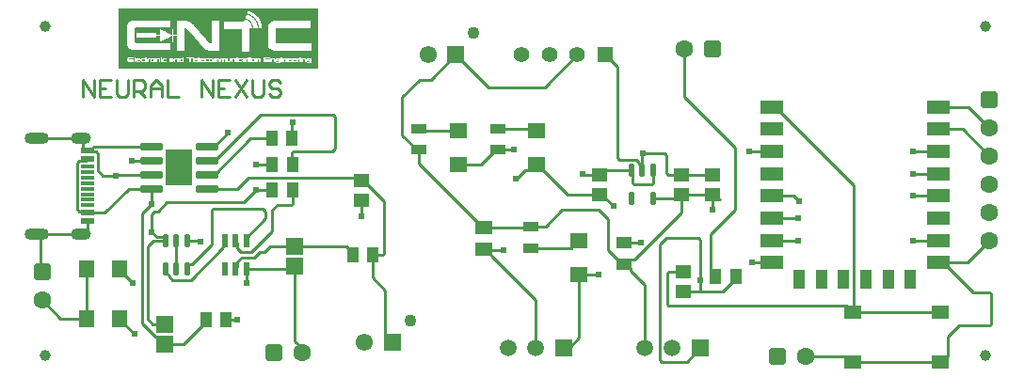
<source format=gtl>
G04*
G04 #@! TF.GenerationSoftware,Altium Limited,Altium Designer,25.2.1 (25)*
G04*
G04 Layer_Physical_Order=1*
G04 Layer_Color=255*
%FSLAX44Y44*%
%MOMM*%
G71*
G04*
G04 #@! TF.SameCoordinates,151459D2-9B86-48AD-89DC-2ABF3E981002*
G04*
G04*
G04 #@! TF.FilePolarity,Positive*
G04*
G01*
G75*
%ADD13C,0.2540*%
%ADD18R,1.1000X1.7000*%
%ADD19R,2.0000X1.2000*%
%ADD20R,1.1500X0.6000*%
%ADD21R,1.1500X0.3000*%
%ADD22R,1.4500X1.1500*%
%ADD23R,1.0100X1.3800*%
%ADD24R,1.3800X1.0100*%
%ADD25R,1.0000X1.3500*%
%ADD26R,0.5900X1.2100*%
%ADD27R,1.5500X1.3000*%
%ADD28R,1.3800X0.9200*%
%ADD29R,1.6000X1.4000*%
%ADD30R,1.5098X1.3061*%
G04:AMPARAMS|DCode=31|XSize=1.21mm|YSize=0.59mm|CornerRadius=0.1475mm|HoleSize=0mm|Usage=FLASHONLY|Rotation=270.000|XOffset=0mm|YOffset=0mm|HoleType=Round|Shape=RoundedRectangle|*
%AMROUNDEDRECTD31*
21,1,1.2100,0.2950,0,0,270.0*
21,1,0.9150,0.5900,0,0,270.0*
1,1,0.2950,-0.1475,-0.4575*
1,1,0.2950,-0.1475,0.4575*
1,1,0.2950,0.1475,0.4575*
1,1,0.2950,0.1475,-0.4575*
%
%ADD31ROUNDEDRECTD31*%
%ADD32R,1.5562X1.5046*%
G04:AMPARAMS|DCode=33|XSize=1.97mm|YSize=0.6mm|CornerRadius=0.075mm|HoleSize=0mm|Usage=FLASHONLY|Rotation=0.000|XOffset=0mm|YOffset=0mm|HoleType=Round|Shape=RoundedRectangle|*
%AMROUNDEDRECTD33*
21,1,1.9700,0.4500,0,0,0.0*
21,1,1.8200,0.6000,0,0,0.0*
1,1,0.1500,0.9100,-0.2250*
1,1,0.1500,-0.9100,-0.2250*
1,1,0.1500,-0.9100,0.2250*
1,1,0.1500,0.9100,0.2250*
%
%ADD33ROUNDEDRECTD33*%
%ADD34R,1.4000X1.6000*%
G04:AMPARAMS|DCode=51|XSize=1mm|YSize=2.2mm|CornerRadius=0.5mm|HoleSize=0mm|Usage=FLASHONLY|Rotation=270.000|XOffset=0mm|YOffset=0mm|HoleType=Round|Shape=RoundedRectangle|*
%AMROUNDEDRECTD51*
21,1,1.0000,1.2000,0,0,270.0*
21,1,0.0000,2.2000,0,0,270.0*
1,1,1.0000,-0.6000,0.0000*
1,1,1.0000,-0.6000,0.0000*
1,1,1.0000,0.6000,0.0000*
1,1,1.0000,0.6000,0.0000*
%
%ADD51ROUNDEDRECTD51*%
G04:AMPARAMS|DCode=52|XSize=1mm|YSize=1.8mm|CornerRadius=0.5mm|HoleSize=0mm|Usage=FLASHONLY|Rotation=270.000|XOffset=0mm|YOffset=0mm|HoleType=Round|Shape=RoundedRectangle|*
%AMROUNDEDRECTD52*
21,1,1.0000,0.8000,0,0,270.0*
21,1,0.0000,1.8000,0,0,270.0*
1,1,1.0000,-0.4000,0.0000*
1,1,1.0000,-0.4000,0.0000*
1,1,1.0000,0.4000,0.0000*
1,1,1.0000,0.4000,0.0000*
%
%ADD52ROUNDEDRECTD52*%
%ADD56R,1.5500X1.5500*%
%ADD57C,1.5500*%
%ADD58C,1.1000*%
%ADD59R,1.4000X1.4000*%
%ADD60C,1.4000*%
%ADD62R,2.4130X3.3020*%
%ADD63C,1.0000*%
G04:AMPARAMS|DCode=64|XSize=1.6mm|YSize=1.6mm|CornerRadius=0.4mm|HoleSize=0mm|Usage=FLASHONLY|Rotation=0.000|XOffset=0mm|YOffset=0mm|HoleType=Round|Shape=RoundedRectangle|*
%AMROUNDEDRECTD64*
21,1,1.6000,0.8000,0,0,0.0*
21,1,0.8000,1.6000,0,0,0.0*
1,1,0.8000,0.4000,-0.4000*
1,1,0.8000,-0.4000,-0.4000*
1,1,0.8000,-0.4000,0.4000*
1,1,0.8000,0.4000,0.4000*
%
%ADD64ROUNDEDRECTD64*%
%ADD65C,1.6000*%
%ADD66C,1.5080*%
%ADD67R,1.5080X1.5080*%
G04:AMPARAMS|DCode=68|XSize=1.6mm|YSize=1.6mm|CornerRadius=0.4mm|HoleSize=0mm|Usage=FLASHONLY|Rotation=270.000|XOffset=0mm|YOffset=0mm|HoleType=Round|Shape=RoundedRectangle|*
%AMROUNDEDRECTD68*
21,1,1.6000,0.8000,0,0,270.0*
21,1,0.8000,1.6000,0,0,270.0*
1,1,0.8000,-0.4000,-0.4000*
1,1,0.8000,-0.4000,0.4000*
1,1,0.8000,0.4000,0.4000*
1,1,0.8000,0.4000,-0.4000*
%
%ADD68ROUNDEDRECTD68*%
%ADD69C,0.6096*%
G36*
X272569Y338675D02*
Y338483D01*
Y338290D01*
Y338098D01*
Y337905D01*
Y337713D01*
Y337520D01*
Y337327D01*
Y337135D01*
Y336942D01*
Y336750D01*
Y336557D01*
Y336365D01*
Y336172D01*
Y335980D01*
Y335787D01*
Y335594D01*
Y335402D01*
Y335209D01*
Y335017D01*
Y334824D01*
Y334632D01*
Y334439D01*
Y334247D01*
Y334054D01*
Y333862D01*
Y333669D01*
Y333476D01*
Y333284D01*
Y333091D01*
Y332899D01*
Y332706D01*
Y332514D01*
Y332321D01*
Y332128D01*
Y331936D01*
Y331743D01*
Y331551D01*
Y331358D01*
Y331166D01*
Y330973D01*
Y330781D01*
Y330588D01*
Y330396D01*
Y330203D01*
Y330010D01*
Y329818D01*
Y329625D01*
Y329433D01*
Y329240D01*
Y329048D01*
Y328855D01*
Y328662D01*
Y328470D01*
Y328277D01*
Y328085D01*
Y327892D01*
Y327700D01*
Y327507D01*
Y327315D01*
Y327122D01*
Y326929D01*
Y326737D01*
Y326544D01*
Y326352D01*
Y326159D01*
Y325967D01*
Y325774D01*
Y325582D01*
Y325389D01*
Y325196D01*
Y325004D01*
Y324811D01*
Y324619D01*
Y324426D01*
Y324234D01*
Y324041D01*
Y323849D01*
Y323656D01*
Y323463D01*
Y323271D01*
Y323078D01*
Y322886D01*
Y322693D01*
Y322501D01*
Y322308D01*
Y322116D01*
Y321923D01*
Y321730D01*
Y321538D01*
Y321345D01*
Y321153D01*
Y320960D01*
Y320768D01*
Y320575D01*
Y320382D01*
Y320190D01*
Y319997D01*
Y319805D01*
Y319612D01*
Y319420D01*
Y319227D01*
Y319035D01*
Y318842D01*
Y318650D01*
Y318457D01*
Y318264D01*
Y318072D01*
Y317879D01*
Y317687D01*
Y317494D01*
Y317302D01*
Y317109D01*
Y316917D01*
Y316724D01*
Y316531D01*
Y316339D01*
Y316146D01*
Y315954D01*
Y315761D01*
Y315569D01*
Y315376D01*
Y315184D01*
Y314991D01*
Y314798D01*
Y314606D01*
Y314413D01*
Y314221D01*
Y314028D01*
Y313836D01*
Y313643D01*
Y313451D01*
Y313258D01*
Y313065D01*
Y312873D01*
Y312680D01*
Y312488D01*
Y312295D01*
Y312103D01*
Y311910D01*
Y311717D01*
Y311525D01*
Y311332D01*
Y311140D01*
Y310947D01*
Y310755D01*
Y310562D01*
Y310370D01*
Y310177D01*
Y309984D01*
Y309792D01*
Y309599D01*
Y309407D01*
Y309214D01*
Y309022D01*
Y308829D01*
Y308637D01*
Y308444D01*
Y308251D01*
Y308059D01*
Y307866D01*
Y307674D01*
Y307481D01*
Y307289D01*
Y307096D01*
Y306904D01*
Y306711D01*
Y306518D01*
Y306326D01*
Y306133D01*
Y305941D01*
Y305748D01*
Y305556D01*
Y305363D01*
Y305171D01*
Y304978D01*
Y304785D01*
Y304593D01*
Y304400D01*
Y304208D01*
Y304015D01*
Y303823D01*
Y303630D01*
Y303438D01*
Y303245D01*
Y303053D01*
Y302860D01*
Y302667D01*
Y302475D01*
Y302282D01*
Y302090D01*
Y301897D01*
Y301705D01*
Y301512D01*
Y301320D01*
Y301127D01*
Y300934D01*
Y300742D01*
Y300549D01*
Y300357D01*
Y300164D01*
Y299972D01*
Y299779D01*
Y299586D01*
Y299394D01*
Y299201D01*
Y299009D01*
Y298816D01*
Y298624D01*
Y298431D01*
Y298239D01*
Y298046D01*
Y297854D01*
Y297661D01*
Y297468D01*
Y297276D01*
Y297083D01*
Y296891D01*
Y296698D01*
Y296506D01*
Y296313D01*
Y296120D01*
Y295928D01*
Y295735D01*
Y295543D01*
Y295350D01*
Y295158D01*
Y294965D01*
Y294773D01*
Y294580D01*
Y294387D01*
Y294195D01*
Y294002D01*
Y293810D01*
Y293617D01*
Y293425D01*
Y293232D01*
Y293039D01*
Y292847D01*
Y292654D01*
Y292462D01*
Y292269D01*
Y292077D01*
Y291884D01*
Y291692D01*
Y291499D01*
Y291306D01*
Y291114D01*
Y290921D01*
Y290729D01*
Y290536D01*
Y290344D01*
Y290151D01*
Y289959D01*
Y289766D01*
Y289573D01*
Y289381D01*
Y289188D01*
Y288996D01*
Y288803D01*
Y288611D01*
Y288418D01*
Y288226D01*
Y288033D01*
Y287840D01*
Y287648D01*
Y287455D01*
Y287263D01*
Y287070D01*
Y286878D01*
Y286685D01*
Y286493D01*
Y286300D01*
Y286108D01*
Y285915D01*
Y285722D01*
Y285530D01*
Y285337D01*
Y285145D01*
Y284952D01*
Y284760D01*
Y284567D01*
X92529D01*
Y284760D01*
Y284952D01*
Y285145D01*
Y285337D01*
Y285530D01*
Y285722D01*
Y285915D01*
Y286108D01*
Y286300D01*
Y286493D01*
Y286685D01*
Y286878D01*
Y287070D01*
Y287263D01*
Y287455D01*
Y287648D01*
Y287840D01*
Y288033D01*
Y288226D01*
Y288418D01*
Y288611D01*
Y288803D01*
Y288996D01*
Y289188D01*
Y289381D01*
Y289573D01*
Y289766D01*
Y289959D01*
Y290151D01*
Y290344D01*
Y290536D01*
Y290729D01*
Y290921D01*
Y291114D01*
Y291306D01*
Y291499D01*
Y291692D01*
Y291884D01*
Y292077D01*
Y292269D01*
Y292462D01*
Y292654D01*
Y292847D01*
Y293039D01*
Y293232D01*
Y293425D01*
Y293617D01*
Y293810D01*
Y294002D01*
Y294195D01*
Y294387D01*
Y294580D01*
Y294773D01*
Y294965D01*
Y295158D01*
Y295350D01*
Y295543D01*
Y295735D01*
Y295928D01*
Y296120D01*
Y296313D01*
Y296506D01*
Y296698D01*
Y296891D01*
Y297083D01*
Y297276D01*
Y297468D01*
Y297661D01*
Y297854D01*
Y298046D01*
Y298239D01*
Y298431D01*
Y298624D01*
Y298816D01*
Y299009D01*
Y299201D01*
Y299394D01*
Y299586D01*
Y299779D01*
Y299972D01*
Y300164D01*
Y300357D01*
Y300549D01*
Y300742D01*
Y300934D01*
Y301127D01*
Y301320D01*
Y301512D01*
Y301705D01*
Y301897D01*
Y302090D01*
Y302282D01*
Y302475D01*
Y302667D01*
Y302860D01*
Y303053D01*
Y303245D01*
Y303438D01*
Y303630D01*
Y303823D01*
Y304015D01*
Y304208D01*
Y304400D01*
Y304593D01*
Y304785D01*
Y304978D01*
Y305171D01*
Y305363D01*
Y305556D01*
Y305748D01*
Y305941D01*
Y306133D01*
Y306326D01*
Y306518D01*
Y306711D01*
Y306904D01*
Y307096D01*
Y307289D01*
Y307481D01*
Y307674D01*
Y307866D01*
Y308059D01*
Y308251D01*
Y308444D01*
Y308637D01*
Y308829D01*
Y309022D01*
Y309214D01*
Y309407D01*
Y309599D01*
Y309792D01*
Y309984D01*
Y310177D01*
Y310370D01*
Y310562D01*
Y310755D01*
Y310947D01*
Y311140D01*
Y311332D01*
Y311525D01*
Y311717D01*
Y311910D01*
Y312103D01*
Y312295D01*
Y312488D01*
Y312680D01*
Y312873D01*
Y313065D01*
Y313258D01*
Y313451D01*
Y313643D01*
Y313836D01*
Y314028D01*
Y314221D01*
Y314413D01*
Y314606D01*
Y314798D01*
Y314991D01*
Y315184D01*
Y315376D01*
Y315569D01*
Y315761D01*
Y315954D01*
Y316146D01*
Y316339D01*
Y316531D01*
Y316724D01*
Y316917D01*
Y317109D01*
Y317302D01*
Y317494D01*
Y317687D01*
Y317879D01*
Y318072D01*
Y318264D01*
Y318457D01*
Y318650D01*
Y318842D01*
Y319035D01*
Y319227D01*
Y319420D01*
Y319612D01*
Y319805D01*
Y319997D01*
Y320190D01*
Y320382D01*
Y320575D01*
Y320768D01*
Y320960D01*
Y321153D01*
Y321345D01*
Y321538D01*
Y321730D01*
Y321923D01*
Y322116D01*
Y322308D01*
Y322501D01*
Y322693D01*
Y322886D01*
Y323078D01*
Y323271D01*
Y323463D01*
Y323656D01*
Y323849D01*
Y324041D01*
Y324234D01*
Y324426D01*
Y324619D01*
Y324811D01*
Y325004D01*
Y325196D01*
Y325389D01*
Y325582D01*
Y325774D01*
Y325967D01*
Y326159D01*
Y326352D01*
Y326544D01*
Y326737D01*
Y326929D01*
Y327122D01*
Y327315D01*
Y327507D01*
Y327700D01*
Y327892D01*
Y328085D01*
Y328277D01*
Y328470D01*
Y328662D01*
Y328855D01*
Y329048D01*
Y329240D01*
Y329433D01*
Y329625D01*
Y329818D01*
Y330010D01*
Y330203D01*
Y330396D01*
Y330588D01*
Y330781D01*
Y330973D01*
Y331166D01*
Y331358D01*
Y331551D01*
Y331743D01*
Y331936D01*
Y332128D01*
Y332321D01*
Y332514D01*
Y332706D01*
Y332899D01*
Y333091D01*
Y333284D01*
Y333476D01*
Y333669D01*
Y333862D01*
Y334054D01*
Y334247D01*
Y334439D01*
Y334632D01*
Y334824D01*
Y335017D01*
Y335209D01*
Y335402D01*
Y335594D01*
Y335787D01*
Y335980D01*
Y336172D01*
Y336365D01*
Y336557D01*
Y336750D01*
Y336942D01*
Y337135D01*
Y337327D01*
Y337520D01*
Y337713D01*
Y337905D01*
Y338098D01*
Y338290D01*
Y338483D01*
Y338675D01*
Y338868D01*
X272569D01*
Y338675D01*
D02*
G37*
%LPC*%
G36*
X209988Y336557D02*
X209026D01*
Y336365D01*
Y336172D01*
X208833D01*
Y335980D01*
Y335787D01*
Y335594D01*
Y335402D01*
X208640D01*
Y335209D01*
Y335017D01*
X208448D01*
Y334824D01*
Y334632D01*
Y334439D01*
Y334247D01*
X208833D01*
Y334054D01*
X209603D01*
Y333862D01*
X209988D01*
Y333669D01*
X210181D01*
Y333476D01*
X210951D01*
Y333284D01*
X211144D01*
Y333091D01*
X211529D01*
Y332899D01*
X211914D01*
Y332706D01*
X212106D01*
Y332514D01*
X212492D01*
Y332321D01*
X212877D01*
Y332128D01*
X213069D01*
Y331936D01*
X213454D01*
Y331743D01*
X213647D01*
Y331551D01*
X213839D01*
Y331358D01*
X214032D01*
Y331166D01*
X214225D01*
Y330973D01*
X214417D01*
Y330781D01*
X214802D01*
Y330588D01*
Y330396D01*
X214995D01*
Y330203D01*
X215187D01*
Y330010D01*
X215380D01*
Y329818D01*
X215572D01*
Y329625D01*
X215765D01*
Y329433D01*
X215958D01*
Y329240D01*
X216150D01*
Y329048D01*
X216343D01*
Y328855D01*
X216535D01*
Y328662D01*
Y328470D01*
X216728D01*
Y328277D01*
Y328085D01*
X216920D01*
Y327892D01*
X217113D01*
Y327700D01*
Y327507D01*
Y327315D01*
X217306D01*
Y327122D01*
X217498D01*
Y326929D01*
Y326737D01*
X217691D01*
Y326544D01*
Y326352D01*
Y326159D01*
X217883D01*
Y325967D01*
Y325774D01*
X218076D01*
Y325582D01*
Y325389D01*
X218268D01*
Y325196D01*
Y325004D01*
Y324811D01*
Y324619D01*
X218461D01*
Y324426D01*
Y324234D01*
Y324041D01*
X218653D01*
Y323849D01*
Y323656D01*
Y323463D01*
Y323271D01*
Y323078D01*
Y322886D01*
Y322693D01*
Y322501D01*
Y322308D01*
Y322116D01*
X218846D01*
Y321923D01*
Y321730D01*
Y321538D01*
Y321345D01*
Y321153D01*
X219039D01*
Y320960D01*
X221349D01*
Y321153D01*
X221542D01*
Y321345D01*
Y321538D01*
Y321730D01*
Y321923D01*
Y322116D01*
Y322308D01*
Y322501D01*
Y322693D01*
Y322886D01*
Y323078D01*
X221349D01*
Y323271D01*
X221542D01*
Y323463D01*
Y323656D01*
X221349D01*
Y323849D01*
Y324041D01*
Y324234D01*
X221157D01*
Y324426D01*
Y324619D01*
Y324811D01*
Y325004D01*
Y325196D01*
Y325389D01*
X220964D01*
Y325582D01*
Y325774D01*
Y325967D01*
X220772D01*
Y326159D01*
Y326352D01*
X220579D01*
Y326544D01*
Y326737D01*
Y326929D01*
Y327122D01*
X220386D01*
Y327315D01*
X220194D01*
Y327507D01*
Y327700D01*
Y327892D01*
X220001D01*
Y328085D01*
Y328277D01*
X219809D01*
Y328470D01*
X219616D01*
Y328662D01*
Y328855D01*
X219424D01*
Y329048D01*
Y329240D01*
X219231D01*
Y329433D01*
X219039D01*
Y329625D01*
Y329818D01*
X218846D01*
Y330010D01*
X218653D01*
Y330203D01*
Y330396D01*
X218461D01*
Y330588D01*
Y330781D01*
X218268D01*
Y330973D01*
X218076D01*
Y331166D01*
X217883D01*
Y331358D01*
X217691D01*
Y331551D01*
X217498D01*
Y331743D01*
X217306D01*
Y331936D01*
X217113D01*
Y332128D01*
X216920D01*
Y332321D01*
X216728D01*
Y332514D01*
X216535D01*
Y332706D01*
X216343D01*
Y332899D01*
X216150D01*
Y333091D01*
X215958D01*
Y333284D01*
X215765D01*
Y333476D01*
X215572D01*
Y333669D01*
X215187D01*
Y333862D01*
X214995D01*
Y334054D01*
X214610D01*
Y334247D01*
X214225D01*
Y334439D01*
X214032D01*
Y334632D01*
X213647D01*
Y334824D01*
X213262D01*
Y335017D01*
X213069D01*
Y335209D01*
X212684D01*
Y335402D01*
X212299D01*
Y335594D01*
X211914D01*
Y335787D01*
X211336D01*
Y335980D01*
X210951D01*
Y336172D01*
X210566D01*
Y336365D01*
X209988D01*
Y336557D01*
D02*
G37*
G36*
X208640Y333284D02*
X207870D01*
Y333091D01*
X207678D01*
Y332899D01*
Y332706D01*
Y332514D01*
Y332321D01*
Y332128D01*
X207485D01*
Y331936D01*
Y331743D01*
X207292D01*
Y331551D01*
Y331358D01*
X207100D01*
Y331166D01*
X207292D01*
Y330973D01*
X207100D01*
Y330781D01*
Y330588D01*
X206907D01*
Y330396D01*
Y330203D01*
X206715D01*
Y330010D01*
Y329818D01*
X207292D01*
Y329625D01*
X207870D01*
Y329433D01*
X208255D01*
Y329240D01*
X208640D01*
Y329048D01*
X209026D01*
Y328855D01*
X209411D01*
Y328662D01*
X209603D01*
Y328470D01*
X209988D01*
Y328277D01*
X210181D01*
Y328085D01*
X210566D01*
Y327892D01*
X210759D01*
Y327700D01*
X210951D01*
Y327507D01*
X211144D01*
Y327315D01*
X211336D01*
Y327122D01*
X211529D01*
Y326929D01*
X211721D01*
Y326737D01*
X211914D01*
Y326544D01*
Y326352D01*
X212106D01*
Y326159D01*
X212299D01*
Y325967D01*
Y325774D01*
X212492D01*
Y325582D01*
Y325389D01*
X212684D01*
Y325196D01*
X212877D01*
Y325004D01*
Y324811D01*
X213069D01*
Y324619D01*
Y324426D01*
Y324234D01*
X213262D01*
Y324041D01*
Y323849D01*
X213454D01*
Y323656D01*
Y323463D01*
Y323271D01*
Y323078D01*
Y322886D01*
Y322693D01*
X213647D01*
Y322501D01*
Y322308D01*
Y322116D01*
Y321923D01*
Y321730D01*
Y321538D01*
Y321345D01*
X213839D01*
Y321153D01*
Y320960D01*
X217498D01*
Y321153D01*
X217691D01*
Y321345D01*
X217883D01*
Y321538D01*
Y321730D01*
Y321923D01*
X217691D01*
Y322116D01*
Y322308D01*
Y322501D01*
Y322693D01*
Y322886D01*
Y323078D01*
Y323271D01*
Y323463D01*
X217498D01*
Y323656D01*
Y323849D01*
Y324041D01*
Y324234D01*
Y324426D01*
X217306D01*
Y324619D01*
Y324811D01*
Y325004D01*
X217113D01*
Y325196D01*
Y325389D01*
Y325582D01*
X216920D01*
Y325774D01*
Y325967D01*
Y326159D01*
X216728D01*
Y326352D01*
X216535D01*
Y326544D01*
Y326737D01*
X216343D01*
Y326929D01*
Y327122D01*
X216150D01*
Y327315D01*
Y327507D01*
X215958D01*
Y327700D01*
Y327892D01*
X215765D01*
Y328085D01*
Y328277D01*
X215572D01*
Y328470D01*
X215380D01*
Y328662D01*
X215187D01*
Y328855D01*
X214995D01*
Y329048D01*
X214802D01*
Y329240D01*
X214610D01*
Y329433D01*
X214417D01*
Y329625D01*
X214225D01*
Y329818D01*
Y330010D01*
X214032D01*
Y330203D01*
X213839D01*
Y330396D01*
X213454D01*
Y330588D01*
X213262D01*
Y330781D01*
X213069D01*
Y330973D01*
X212877D01*
Y331166D01*
X212684D01*
Y331358D01*
X212299D01*
Y331551D01*
X211914D01*
Y331743D01*
X211529D01*
Y331936D01*
X211336D01*
Y332128D01*
X210951D01*
Y332321D01*
X210566D01*
Y332514D01*
X210181D01*
Y332706D01*
X209603D01*
Y332899D01*
X209411D01*
Y333091D01*
X208640D01*
Y333284D01*
D02*
G37*
G36*
X183416Y327700D02*
X176676D01*
Y327507D01*
X176483D01*
Y327315D01*
Y327122D01*
Y326929D01*
Y326737D01*
Y326544D01*
Y326352D01*
Y326159D01*
Y325967D01*
Y325774D01*
Y325582D01*
Y325389D01*
Y325196D01*
Y325004D01*
Y324811D01*
Y324619D01*
Y324426D01*
Y324234D01*
Y324041D01*
Y323849D01*
Y323656D01*
Y323463D01*
Y323271D01*
Y323078D01*
Y322886D01*
Y322693D01*
Y322501D01*
Y322308D01*
Y322116D01*
Y321923D01*
Y321730D01*
Y321538D01*
Y321345D01*
Y321153D01*
Y320960D01*
Y320768D01*
Y320575D01*
Y320382D01*
Y320190D01*
Y319997D01*
Y319805D01*
Y319612D01*
Y319420D01*
Y319227D01*
Y319035D01*
Y318842D01*
Y318650D01*
Y318457D01*
Y318264D01*
Y318072D01*
Y317879D01*
Y317687D01*
Y317494D01*
Y317302D01*
Y317109D01*
Y316917D01*
Y316724D01*
Y316531D01*
Y316339D01*
Y316146D01*
Y315954D01*
Y315761D01*
Y315569D01*
Y315376D01*
Y315184D01*
Y314991D01*
Y314798D01*
Y314606D01*
Y314413D01*
Y314221D01*
Y314028D01*
Y313836D01*
Y313643D01*
Y313451D01*
Y313258D01*
Y313065D01*
Y312873D01*
Y312680D01*
Y312488D01*
Y312295D01*
Y312103D01*
Y311910D01*
Y311717D01*
Y311525D01*
Y311332D01*
Y311140D01*
Y310947D01*
Y310755D01*
Y310562D01*
Y310370D01*
Y310177D01*
Y309984D01*
Y309792D01*
Y309599D01*
Y309407D01*
Y309214D01*
Y309022D01*
Y308829D01*
Y308637D01*
Y308444D01*
Y308251D01*
Y308059D01*
Y307866D01*
Y307674D01*
Y307481D01*
Y307289D01*
X175521D01*
Y307481D01*
X175136D01*
Y307674D01*
X174558D01*
Y307866D01*
X174366D01*
Y308059D01*
X174173D01*
Y308251D01*
X173788D01*
Y308444D01*
X173595D01*
Y308637D01*
X173403D01*
Y308829D01*
X173210D01*
Y309022D01*
X173018D01*
Y309214D01*
X172825D01*
Y309407D01*
X172632D01*
Y309599D01*
X172440D01*
Y309792D01*
X172247D01*
Y309984D01*
X172055D01*
Y310177D01*
X171862D01*
Y310370D01*
Y310562D01*
X171670D01*
Y310755D01*
X171477D01*
Y310947D01*
X171285D01*
Y311140D01*
X171092D01*
Y311332D01*
X170899D01*
Y311525D01*
Y311717D01*
X170707D01*
Y311910D01*
X170514D01*
Y312103D01*
X170322D01*
Y312295D01*
X170129D01*
Y312488D01*
X169937D01*
Y312680D01*
X169744D01*
Y312873D01*
Y313065D01*
X169552D01*
Y313258D01*
X169359D01*
Y313451D01*
X169166D01*
Y313643D01*
X168974D01*
Y313836D01*
X168781D01*
Y314028D01*
X168589D01*
Y314221D01*
X168396D01*
Y314413D01*
X168204D01*
Y314606D01*
X168011D01*
Y314798D01*
Y314991D01*
X167819D01*
Y315184D01*
X167626D01*
Y315376D01*
X167433D01*
Y315569D01*
X167241D01*
Y315761D01*
X167048D01*
Y315954D01*
Y316146D01*
X166856D01*
Y316339D01*
X166663D01*
Y316531D01*
X166471D01*
Y316724D01*
X166278D01*
Y316917D01*
X166085D01*
Y317109D01*
X165893D01*
Y317302D01*
X165700D01*
Y317494D01*
X165508D01*
Y317687D01*
X165315D01*
Y317879D01*
Y318072D01*
X165123D01*
Y318264D01*
X164930D01*
Y318457D01*
X164738D01*
Y318650D01*
X164545D01*
Y318842D01*
X164352D01*
Y319035D01*
Y319227D01*
X164160D01*
Y319420D01*
X163967D01*
Y319612D01*
X163775D01*
Y319805D01*
X163582D01*
Y319997D01*
X163390D01*
Y320190D01*
X163197D01*
Y320382D01*
X163005D01*
Y320575D01*
Y320768D01*
X162812D01*
Y320960D01*
X162619D01*
Y321153D01*
X162427D01*
Y321345D01*
X162234D01*
Y321538D01*
X162042D01*
Y321730D01*
X161849D01*
Y321923D01*
X161657D01*
Y322116D01*
X161464D01*
Y322308D01*
Y322501D01*
X161272D01*
Y322693D01*
X161079D01*
Y322886D01*
X160886D01*
Y323078D01*
X160694D01*
Y323271D01*
X160501D01*
Y323463D01*
X160309D01*
Y323656D01*
Y323849D01*
X160116D01*
Y324041D01*
X159924D01*
Y324234D01*
X159731D01*
Y324426D01*
X159539D01*
Y324619D01*
X159346D01*
Y324811D01*
X159153D01*
Y325004D01*
X158961D01*
Y325196D01*
X158768D01*
Y325389D01*
X158383D01*
Y325582D01*
X158191D01*
Y325774D01*
X157998D01*
Y325967D01*
X157613D01*
Y326159D01*
X157421D01*
Y326352D01*
X157228D01*
Y326544D01*
X156843D01*
Y326737D01*
X156458D01*
Y326929D01*
X155880D01*
Y327122D01*
X155302D01*
Y327315D01*
X154917D01*
Y327507D01*
X152799D01*
Y327700D01*
X144904D01*
Y327507D01*
Y327315D01*
Y327122D01*
Y326929D01*
Y326737D01*
Y326544D01*
Y326352D01*
Y326159D01*
Y325967D01*
Y325774D01*
Y325582D01*
Y325389D01*
Y325196D01*
Y325004D01*
Y324811D01*
Y324619D01*
Y324426D01*
Y324234D01*
Y324041D01*
Y323849D01*
Y323656D01*
Y323463D01*
Y323271D01*
Y323078D01*
Y322886D01*
Y322693D01*
Y322501D01*
Y322308D01*
Y322116D01*
Y321923D01*
Y321730D01*
Y321538D01*
Y321345D01*
Y321153D01*
Y320960D01*
Y320768D01*
Y320575D01*
Y320382D01*
Y320190D01*
Y319997D01*
Y319805D01*
Y319612D01*
Y319420D01*
Y319227D01*
Y319035D01*
Y318842D01*
Y318650D01*
Y318457D01*
Y318264D01*
Y318072D01*
Y317879D01*
Y317687D01*
Y317494D01*
Y317302D01*
Y317109D01*
Y316917D01*
Y316724D01*
Y316531D01*
Y316339D01*
Y316146D01*
Y315954D01*
Y315761D01*
Y315569D01*
Y315376D01*
Y315184D01*
Y314991D01*
X141631D01*
Y315184D01*
Y315376D01*
Y315569D01*
Y315761D01*
Y315954D01*
Y316146D01*
Y316339D01*
Y316531D01*
Y316724D01*
Y316917D01*
Y317109D01*
Y317302D01*
Y317494D01*
Y317687D01*
Y317879D01*
Y318072D01*
Y318264D01*
Y318457D01*
Y318650D01*
Y318842D01*
Y319035D01*
Y319227D01*
Y319420D01*
Y319612D01*
Y319805D01*
Y319997D01*
Y320190D01*
X140861D01*
Y319997D01*
Y319805D01*
Y319612D01*
Y319420D01*
Y319227D01*
Y319035D01*
Y318842D01*
Y318650D01*
Y318457D01*
Y318264D01*
Y318072D01*
Y317879D01*
Y317687D01*
Y317494D01*
Y317302D01*
Y317109D01*
Y316917D01*
Y316724D01*
Y316531D01*
Y316339D01*
Y316146D01*
Y315954D01*
Y315761D01*
Y315569D01*
Y315376D01*
Y315184D01*
Y314991D01*
X140283D01*
Y315184D01*
X139898D01*
Y315376D01*
X139705D01*
Y315569D01*
X139128D01*
Y315761D01*
X138935D01*
Y315954D01*
X138550D01*
Y316146D01*
X137972D01*
Y316339D01*
X137780D01*
Y316531D01*
X137395D01*
Y316724D01*
X137009D01*
Y316917D01*
X136624D01*
Y317109D01*
X136239D01*
Y317302D01*
X135854D01*
Y317494D01*
X135469D01*
Y317687D01*
X135084D01*
Y317879D01*
X134699D01*
Y318072D01*
X134314D01*
Y318264D01*
X133929D01*
Y318457D01*
X133544D01*
Y318650D01*
X133351D01*
Y318842D01*
X132773D01*
Y319035D01*
X132388D01*
Y319227D01*
X132003D01*
Y319420D01*
X131618D01*
Y319612D01*
X131233D01*
Y319805D01*
X130848D01*
Y319997D01*
X130655D01*
Y320190D01*
X130077D01*
Y319997D01*
Y319805D01*
Y319612D01*
Y319420D01*
Y319227D01*
Y319035D01*
Y318842D01*
Y318650D01*
Y318457D01*
Y318264D01*
Y318072D01*
Y317879D01*
Y317687D01*
Y317494D01*
Y317302D01*
Y317109D01*
Y316917D01*
Y316724D01*
Y316531D01*
Y316339D01*
Y316146D01*
Y315954D01*
Y315761D01*
Y315569D01*
Y315376D01*
Y315184D01*
Y314991D01*
X126226D01*
Y315184D01*
Y315376D01*
Y315569D01*
Y315761D01*
Y315954D01*
Y316146D01*
Y316339D01*
Y316531D01*
Y316724D01*
Y316917D01*
Y317109D01*
X108896D01*
Y316917D01*
Y316724D01*
Y316531D01*
Y316339D01*
Y316146D01*
Y315954D01*
Y315761D01*
Y315569D01*
Y315376D01*
Y315184D01*
Y314991D01*
Y314798D01*
Y314606D01*
Y314413D01*
Y314221D01*
Y314028D01*
Y313836D01*
Y313643D01*
Y313451D01*
Y313258D01*
Y313065D01*
Y312873D01*
Y312680D01*
Y312488D01*
Y312295D01*
X126226D01*
Y312488D01*
Y312680D01*
Y312873D01*
Y313065D01*
Y313258D01*
Y313451D01*
Y313643D01*
Y313836D01*
Y314028D01*
X130077D01*
Y313836D01*
Y313643D01*
Y313451D01*
Y313258D01*
Y313065D01*
Y312873D01*
Y312680D01*
Y312488D01*
Y312295D01*
Y312103D01*
Y311910D01*
Y311717D01*
Y311525D01*
Y311332D01*
Y311140D01*
Y310947D01*
Y310755D01*
Y310562D01*
Y310370D01*
Y310177D01*
Y309984D01*
Y309792D01*
Y309599D01*
Y309407D01*
Y309214D01*
Y309022D01*
Y308829D01*
X130655D01*
Y309022D01*
X131040D01*
Y309214D01*
X131425D01*
Y309407D01*
X131811D01*
Y309599D01*
X132388D01*
Y309792D01*
X132581D01*
Y309984D01*
X132966D01*
Y310177D01*
X133351D01*
Y310370D01*
X133736D01*
Y310562D01*
X134121D01*
Y310755D01*
X134506D01*
Y310947D01*
X134891D01*
Y311140D01*
X135276D01*
Y311332D01*
X135662D01*
Y311525D01*
X136047D01*
Y311717D01*
X136432D01*
Y311910D01*
X136817D01*
Y312103D01*
X137202D01*
Y312295D01*
X137587D01*
Y312488D01*
X137972D01*
Y312680D01*
X138357D01*
Y312873D01*
X138743D01*
Y313065D01*
X139128D01*
Y313258D01*
X139320D01*
Y313451D01*
X139705D01*
Y313643D01*
X140283D01*
Y313836D01*
X140476D01*
Y314028D01*
X140861D01*
Y313836D01*
Y313643D01*
Y313451D01*
Y313258D01*
Y313065D01*
Y312873D01*
Y312680D01*
Y312488D01*
Y312295D01*
Y312103D01*
Y311910D01*
Y311717D01*
Y311525D01*
Y311332D01*
Y311140D01*
Y310947D01*
Y310755D01*
Y310562D01*
Y310370D01*
Y310177D01*
Y309984D01*
Y309792D01*
Y309599D01*
Y309407D01*
Y309214D01*
Y309022D01*
Y308829D01*
Y308637D01*
Y308444D01*
X141631D01*
Y308637D01*
Y308829D01*
Y309022D01*
Y309214D01*
Y309407D01*
Y309599D01*
Y309792D01*
Y309984D01*
Y310177D01*
Y310370D01*
Y310562D01*
Y310755D01*
Y310947D01*
Y311140D01*
Y311332D01*
Y311525D01*
Y311717D01*
Y311910D01*
Y312103D01*
Y312295D01*
Y312488D01*
Y312680D01*
Y312873D01*
Y313065D01*
Y313258D01*
Y313451D01*
Y313643D01*
Y313836D01*
Y314028D01*
X144904D01*
Y313836D01*
Y313643D01*
Y313451D01*
Y313258D01*
Y313065D01*
Y312873D01*
Y312680D01*
Y312488D01*
Y312295D01*
Y312103D01*
Y311910D01*
Y311717D01*
Y311525D01*
Y311332D01*
Y311140D01*
Y310947D01*
Y310755D01*
Y310562D01*
Y310370D01*
Y310177D01*
Y309984D01*
Y309792D01*
Y309599D01*
Y309407D01*
Y309214D01*
Y309022D01*
Y308829D01*
Y308637D01*
Y308444D01*
Y308251D01*
Y308059D01*
Y307866D01*
Y307674D01*
Y307481D01*
Y307289D01*
Y307096D01*
Y306904D01*
Y306711D01*
Y306518D01*
Y306326D01*
Y306133D01*
Y305941D01*
Y305748D01*
Y305556D01*
Y305363D01*
Y305171D01*
Y304978D01*
Y304785D01*
Y304593D01*
Y304400D01*
Y304208D01*
Y304015D01*
Y303823D01*
Y303630D01*
Y303438D01*
Y303245D01*
Y303053D01*
Y302860D01*
Y302667D01*
Y302475D01*
Y302282D01*
Y302090D01*
Y301897D01*
Y301705D01*
Y301512D01*
Y301320D01*
Y301127D01*
Y300934D01*
Y300742D01*
X145097D01*
Y300549D01*
X151644D01*
Y300742D01*
Y300934D01*
Y301127D01*
Y301320D01*
Y301512D01*
Y301705D01*
Y301897D01*
Y302090D01*
Y302282D01*
Y302475D01*
Y302667D01*
Y302860D01*
Y303053D01*
Y303245D01*
Y303438D01*
Y303630D01*
Y303823D01*
Y304015D01*
Y304208D01*
Y304400D01*
Y304593D01*
Y304785D01*
Y304978D01*
Y305171D01*
Y305363D01*
Y305556D01*
Y305748D01*
Y305941D01*
Y306133D01*
Y306326D01*
Y306518D01*
Y306711D01*
Y306904D01*
Y307096D01*
Y307289D01*
Y307481D01*
Y307674D01*
Y307866D01*
Y308059D01*
Y308251D01*
Y308444D01*
Y308637D01*
Y308829D01*
Y309022D01*
Y309214D01*
Y309407D01*
Y309599D01*
Y309792D01*
Y309984D01*
Y310177D01*
Y310370D01*
Y310562D01*
Y310755D01*
Y310947D01*
Y311140D01*
Y311332D01*
Y311525D01*
Y311717D01*
Y311910D01*
Y312103D01*
Y312295D01*
Y312488D01*
Y312680D01*
Y312873D01*
Y313065D01*
Y313258D01*
Y313451D01*
Y313643D01*
Y313836D01*
Y314028D01*
Y314221D01*
Y314413D01*
Y314606D01*
Y314798D01*
Y314991D01*
Y315184D01*
Y315376D01*
Y315569D01*
Y315761D01*
Y315954D01*
Y316146D01*
Y316339D01*
Y316531D01*
Y316724D01*
Y316917D01*
Y317109D01*
Y317302D01*
Y317494D01*
Y317687D01*
Y317879D01*
Y318072D01*
Y318264D01*
Y318457D01*
Y318650D01*
Y318842D01*
Y319035D01*
Y319227D01*
Y319420D01*
Y319612D01*
Y319805D01*
Y319997D01*
Y320190D01*
Y320382D01*
Y320575D01*
Y320768D01*
Y320960D01*
Y321153D01*
X152221D01*
Y320960D01*
X153377D01*
Y320768D01*
X153569D01*
Y320575D01*
X153954D01*
Y320382D01*
X154147D01*
Y320190D01*
X154532D01*
Y319997D01*
X154725D01*
Y319805D01*
X154917D01*
Y319612D01*
X155110D01*
Y319420D01*
X155495D01*
Y319227D01*
Y319035D01*
X155688D01*
Y318842D01*
X155880D01*
Y318650D01*
X156073D01*
Y318457D01*
Y318264D01*
X156265D01*
Y318072D01*
X156458D01*
Y317879D01*
X156650D01*
Y317687D01*
X156843D01*
Y317494D01*
X157035D01*
Y317302D01*
Y317109D01*
X157228D01*
Y316917D01*
X157613D01*
Y316724D01*
Y316531D01*
X157806D01*
Y316339D01*
X157998D01*
Y316146D01*
X158191D01*
Y315954D01*
X158383D01*
Y315761D01*
X158576D01*
Y315569D01*
Y315376D01*
X158768D01*
Y315184D01*
X158961D01*
Y314991D01*
X159153D01*
Y314798D01*
X159346D01*
Y314606D01*
X159539D01*
Y314413D01*
Y314221D01*
X159731D01*
Y314028D01*
X159924D01*
Y313836D01*
X160116D01*
Y313643D01*
X160309D01*
Y313451D01*
X160501D01*
Y313258D01*
Y313065D01*
X160886D01*
Y312873D01*
X161079D01*
Y312680D01*
Y312488D01*
X161272D01*
Y312295D01*
X161464D01*
Y312103D01*
X161657D01*
Y311910D01*
X161849D01*
Y311717D01*
X162042D01*
Y311525D01*
Y311332D01*
X162234D01*
Y311140D01*
X162427D01*
Y310947D01*
X162619D01*
Y310755D01*
X162812D01*
Y310562D01*
X163005D01*
Y310370D01*
Y310177D01*
X163197D01*
Y309984D01*
X163390D01*
Y309792D01*
X163582D01*
Y309599D01*
Y309407D01*
X163967D01*
Y309214D01*
X164160D01*
Y309022D01*
X164352D01*
Y308829D01*
X164545D01*
Y308637D01*
Y308444D01*
X164738D01*
Y308251D01*
X164930D01*
Y308059D01*
X165123D01*
Y307866D01*
X165315D01*
Y307674D01*
X165508D01*
Y307481D01*
Y307289D01*
X165700D01*
Y307096D01*
X165893D01*
Y306904D01*
X166085D01*
Y306711D01*
Y306518D01*
X166471D01*
Y306326D01*
Y306133D01*
X166663D01*
Y305941D01*
X167048D01*
Y305748D01*
Y305556D01*
Y305363D01*
X167433D01*
Y305171D01*
X167626D01*
Y304978D01*
X167819D01*
Y304785D01*
X168011D01*
Y304593D01*
Y304400D01*
Y304208D01*
X168396D01*
Y304015D01*
X168589D01*
Y303823D01*
X168781D01*
Y303630D01*
X168974D01*
Y303438D01*
X169166D01*
Y303245D01*
X169359D01*
Y303053D01*
X169552D01*
Y302860D01*
X169937D01*
Y302667D01*
X170129D01*
Y302475D01*
X170322D01*
Y302282D01*
X170707D01*
Y302090D01*
X170899D01*
Y301897D01*
X171285D01*
Y301705D01*
X171862D01*
Y301512D01*
X172055D01*
Y301320D01*
X172632D01*
Y301127D01*
X173403D01*
Y300934D01*
X174558D01*
Y300742D01*
X175328D01*
Y300549D01*
X183223D01*
Y300742D01*
X183416D01*
Y300934D01*
Y301127D01*
Y301320D01*
Y301512D01*
Y301705D01*
Y301897D01*
Y302090D01*
Y302282D01*
Y302475D01*
Y302667D01*
Y302860D01*
Y303053D01*
Y303245D01*
Y303438D01*
Y303630D01*
Y303823D01*
Y304015D01*
Y304208D01*
Y304400D01*
Y304593D01*
Y304785D01*
Y304978D01*
Y305171D01*
Y305363D01*
Y305556D01*
Y305748D01*
Y305941D01*
Y306133D01*
Y306326D01*
Y306518D01*
Y306711D01*
Y306904D01*
Y307096D01*
Y307289D01*
Y307481D01*
Y307674D01*
Y307866D01*
Y308059D01*
Y308251D01*
Y308444D01*
Y308637D01*
Y308829D01*
Y309022D01*
Y309214D01*
Y309407D01*
Y309599D01*
Y309792D01*
Y309984D01*
Y310177D01*
Y310370D01*
Y310562D01*
Y310755D01*
Y310947D01*
Y311140D01*
Y311332D01*
Y311525D01*
Y311717D01*
Y311910D01*
Y312103D01*
Y312295D01*
Y312488D01*
Y312680D01*
Y312873D01*
Y313065D01*
Y313258D01*
Y313451D01*
Y313643D01*
Y313836D01*
Y314028D01*
Y314221D01*
Y314413D01*
Y314606D01*
Y314798D01*
Y314991D01*
Y315184D01*
Y315376D01*
Y315569D01*
Y315761D01*
Y315954D01*
Y316146D01*
Y316339D01*
Y316531D01*
Y316724D01*
Y316917D01*
Y317109D01*
Y317302D01*
Y317494D01*
Y317687D01*
Y317879D01*
Y318072D01*
Y318264D01*
Y318457D01*
Y318650D01*
Y318842D01*
Y319035D01*
Y319227D01*
Y319420D01*
Y319612D01*
Y319805D01*
Y319997D01*
Y320190D01*
Y320382D01*
Y320575D01*
Y320768D01*
Y320960D01*
Y321153D01*
Y321345D01*
Y321538D01*
Y321730D01*
Y321923D01*
Y322116D01*
Y322308D01*
Y322501D01*
Y322693D01*
Y322886D01*
Y323078D01*
Y323271D01*
Y323463D01*
Y323656D01*
Y323849D01*
Y324041D01*
Y324234D01*
Y324426D01*
Y324619D01*
Y324811D01*
Y325004D01*
Y325196D01*
Y325389D01*
Y325582D01*
Y325774D01*
Y325967D01*
Y326159D01*
Y326352D01*
Y326544D01*
Y326737D01*
Y326929D01*
Y327122D01*
Y327315D01*
Y327507D01*
Y327700D01*
D02*
G37*
G36*
X138935Y328085D02*
X105430D01*
Y327892D01*
X104660D01*
Y327700D01*
X104467D01*
Y327507D01*
X103697D01*
Y327315D01*
X103312D01*
Y327122D01*
X102927D01*
Y326929D01*
X102542D01*
Y326737D01*
X102349D01*
Y326544D01*
X102157D01*
Y326352D01*
X101964D01*
Y326159D01*
X101772D01*
Y325967D01*
X101387D01*
Y325774D01*
Y325582D01*
X101194D01*
Y325389D01*
X101002D01*
Y325196D01*
Y325004D01*
Y324811D01*
X100616D01*
Y324619D01*
X100809D01*
Y324426D01*
X100616D01*
Y324234D01*
Y324041D01*
Y323849D01*
X100424D01*
Y323656D01*
Y323463D01*
X100231D01*
Y323271D01*
Y323078D01*
Y322886D01*
Y322693D01*
Y322501D01*
Y322308D01*
Y322116D01*
Y321923D01*
Y321730D01*
Y321538D01*
Y321345D01*
Y321153D01*
Y320960D01*
Y320768D01*
Y320575D01*
Y320382D01*
Y320190D01*
Y319997D01*
Y319805D01*
Y319612D01*
Y319420D01*
Y319227D01*
Y319035D01*
Y318842D01*
Y318650D01*
Y318457D01*
Y318264D01*
Y318072D01*
Y317879D01*
Y317687D01*
Y317494D01*
Y317302D01*
Y317109D01*
Y316917D01*
Y316724D01*
Y316531D01*
Y316339D01*
Y316146D01*
Y315954D01*
Y315761D01*
Y315569D01*
Y315376D01*
Y315184D01*
Y314991D01*
Y314798D01*
Y314606D01*
Y314413D01*
Y314221D01*
Y314028D01*
Y313836D01*
Y313643D01*
Y313451D01*
Y313258D01*
Y313065D01*
Y312873D01*
Y312680D01*
Y312488D01*
Y312295D01*
Y312103D01*
Y311910D01*
Y311717D01*
Y311525D01*
Y311332D01*
Y311140D01*
Y310947D01*
Y310755D01*
Y310562D01*
Y310370D01*
Y310177D01*
Y309984D01*
Y309792D01*
Y309599D01*
Y309407D01*
Y309214D01*
Y309022D01*
Y308829D01*
Y308637D01*
Y308444D01*
Y308251D01*
Y308059D01*
Y307866D01*
Y307674D01*
Y307481D01*
Y307289D01*
Y307096D01*
Y306904D01*
Y306711D01*
Y306518D01*
Y306326D01*
Y306133D01*
Y305941D01*
Y305748D01*
X100424D01*
Y305556D01*
X100616D01*
Y305363D01*
Y305171D01*
X100809D01*
Y304978D01*
X100616D01*
Y304785D01*
X100809D01*
Y304593D01*
Y304400D01*
X101002D01*
Y304208D01*
X101194D01*
Y304015D01*
Y303823D01*
X101387D01*
Y303630D01*
X101579D01*
Y303438D01*
X101772D01*
Y303245D01*
X101964D01*
Y303053D01*
X102157D01*
Y302860D01*
X102349D01*
Y302667D01*
X102734D01*
Y302475D01*
X102927D01*
Y302282D01*
X103312D01*
Y302090D01*
X103697D01*
Y301897D01*
X104082D01*
Y301705D01*
X105045D01*
Y301512D01*
X105623D01*
Y301320D01*
X106971D01*
Y301127D01*
X139128D01*
Y301320D01*
Y301512D01*
Y301705D01*
Y301897D01*
Y302090D01*
Y302282D01*
Y302475D01*
Y302667D01*
Y302860D01*
Y303053D01*
Y303245D01*
Y303438D01*
Y303630D01*
Y303823D01*
Y304015D01*
Y304208D01*
Y304400D01*
Y304593D01*
Y304785D01*
Y304978D01*
Y305171D01*
Y305363D01*
Y305556D01*
Y305748D01*
Y305941D01*
Y306133D01*
Y306326D01*
Y306518D01*
Y306711D01*
Y306904D01*
Y307096D01*
Y307289D01*
Y307481D01*
Y307674D01*
X107741D01*
Y307866D01*
X107548D01*
Y308059D01*
X107356D01*
Y308251D01*
X107163D01*
Y308444D01*
Y308637D01*
Y308829D01*
Y309022D01*
Y309214D01*
Y309407D01*
Y309599D01*
Y309792D01*
Y309984D01*
Y310177D01*
Y310370D01*
Y310562D01*
Y310755D01*
Y310947D01*
Y311140D01*
Y311332D01*
Y311525D01*
Y311717D01*
Y311910D01*
Y312103D01*
Y312295D01*
Y312488D01*
Y312680D01*
Y312873D01*
Y313065D01*
Y313258D01*
Y313451D01*
Y313643D01*
Y313836D01*
Y314028D01*
Y314221D01*
Y314413D01*
Y314606D01*
Y314798D01*
Y314991D01*
Y315184D01*
Y315376D01*
Y315569D01*
Y315761D01*
Y315954D01*
Y316146D01*
Y316339D01*
Y316531D01*
Y316724D01*
Y316917D01*
Y317109D01*
Y317302D01*
Y317494D01*
Y317687D01*
Y317879D01*
Y318072D01*
Y318264D01*
Y318457D01*
Y318650D01*
Y318842D01*
Y319035D01*
Y319227D01*
Y319420D01*
Y319612D01*
Y319805D01*
Y319997D01*
Y320190D01*
Y320382D01*
Y320575D01*
Y320768D01*
Y320960D01*
X107356D01*
Y321153D01*
X107163D01*
Y321345D01*
X107548D01*
Y321538D01*
X138935D01*
Y321730D01*
Y321923D01*
Y322116D01*
Y322308D01*
Y322501D01*
Y322693D01*
Y322886D01*
Y323078D01*
Y323271D01*
Y323463D01*
Y323656D01*
Y323849D01*
Y324041D01*
Y324234D01*
Y324426D01*
Y324619D01*
Y324811D01*
Y325004D01*
Y325196D01*
Y325389D01*
Y325582D01*
Y325774D01*
Y325967D01*
Y326159D01*
Y326352D01*
Y326544D01*
Y326737D01*
Y326929D01*
Y327122D01*
Y327315D01*
Y327507D01*
Y327700D01*
Y327892D01*
Y328085D01*
D02*
G37*
G36*
X265830Y327700D02*
X234058D01*
Y327507D01*
X231940D01*
Y327315D01*
X231362D01*
Y327122D01*
X230784D01*
Y326929D01*
X230207D01*
Y326737D01*
X229822D01*
Y326544D01*
X229629D01*
Y326352D01*
X229244D01*
Y326159D01*
X229051D01*
Y325967D01*
X228859D01*
Y325774D01*
X228666D01*
Y325582D01*
X228474D01*
Y325389D01*
X228281D01*
Y325196D01*
X228089D01*
Y325004D01*
Y324811D01*
X227703D01*
Y324619D01*
Y324426D01*
X227511D01*
Y324234D01*
Y324041D01*
Y323849D01*
X227318D01*
Y323656D01*
Y323463D01*
X227126D01*
Y323271D01*
Y323078D01*
Y322886D01*
X226933D01*
Y322693D01*
Y322501D01*
Y322308D01*
Y322116D01*
Y321923D01*
Y321730D01*
Y321538D01*
Y321345D01*
Y321153D01*
Y320960D01*
Y320768D01*
Y320575D01*
Y320382D01*
Y320190D01*
Y319997D01*
Y319805D01*
Y319612D01*
Y319420D01*
Y319227D01*
Y319035D01*
Y318842D01*
Y318650D01*
Y318457D01*
Y318264D01*
Y318072D01*
Y317879D01*
Y317687D01*
Y317494D01*
Y317302D01*
Y317109D01*
Y316917D01*
Y316724D01*
Y316531D01*
Y316339D01*
Y316146D01*
Y315954D01*
Y315761D01*
Y315569D01*
Y315376D01*
Y315184D01*
Y314991D01*
Y314798D01*
Y314606D01*
Y314413D01*
Y314221D01*
Y314028D01*
Y313836D01*
Y313643D01*
Y313451D01*
Y313258D01*
Y313065D01*
Y312873D01*
Y312680D01*
Y312488D01*
Y312295D01*
Y312103D01*
Y311910D01*
Y311717D01*
Y311525D01*
Y311332D01*
Y311140D01*
Y310947D01*
Y310755D01*
Y310562D01*
Y310370D01*
Y310177D01*
Y309984D01*
Y309792D01*
Y309599D01*
Y309407D01*
Y309214D01*
Y309022D01*
Y308829D01*
Y308637D01*
Y308444D01*
Y308251D01*
Y308059D01*
Y307866D01*
Y307674D01*
Y307481D01*
Y307289D01*
Y307096D01*
Y306904D01*
Y306711D01*
X227126D01*
Y306518D01*
X226933D01*
Y306326D01*
Y306133D01*
Y305941D01*
Y305748D01*
Y305556D01*
Y305363D01*
X227126D01*
Y305171D01*
Y304978D01*
X227318D01*
Y304785D01*
Y304593D01*
X227511D01*
Y304400D01*
Y304208D01*
X227703D01*
Y304015D01*
Y303823D01*
Y303630D01*
X228089D01*
Y303438D01*
Y303245D01*
Y303053D01*
X228281D01*
Y302860D01*
X228474D01*
Y302667D01*
X228666D01*
Y302475D01*
X228859D01*
Y302282D01*
X229244D01*
Y302090D01*
X229629D01*
Y301897D01*
X229822D01*
Y301705D01*
X230399D01*
Y301512D01*
X230784D01*
Y301320D01*
X231169D01*
Y301127D01*
X231940D01*
Y300934D01*
X232903D01*
Y300742D01*
X234250D01*
Y300549D01*
X265637D01*
Y300742D01*
X266022D01*
Y300934D01*
Y301127D01*
Y301320D01*
Y301512D01*
Y301705D01*
Y301897D01*
Y302090D01*
Y302282D01*
Y302475D01*
Y302667D01*
Y302860D01*
Y303053D01*
Y303245D01*
Y303438D01*
Y303630D01*
Y303823D01*
Y304015D01*
Y304208D01*
Y304400D01*
Y304593D01*
Y304785D01*
Y304978D01*
Y305171D01*
Y305363D01*
Y305556D01*
Y305748D01*
Y305941D01*
Y306133D01*
Y306326D01*
Y306518D01*
Y306711D01*
Y306904D01*
Y307096D01*
X265830D01*
Y307289D01*
X234443D01*
Y307481D01*
X234250D01*
Y307674D01*
Y307866D01*
X234058D01*
Y308059D01*
Y308251D01*
Y308444D01*
Y308637D01*
Y308829D01*
Y309022D01*
Y309214D01*
Y309407D01*
Y309599D01*
Y309792D01*
Y309984D01*
Y310177D01*
Y310370D01*
Y310562D01*
Y310755D01*
Y310947D01*
Y311140D01*
Y311332D01*
Y311525D01*
Y311717D01*
Y311910D01*
Y312103D01*
Y312295D01*
Y312488D01*
Y312680D01*
Y312873D01*
Y313065D01*
Y313258D01*
Y313451D01*
Y313643D01*
Y313836D01*
Y314028D01*
Y314221D01*
Y314413D01*
Y314606D01*
Y314798D01*
Y314991D01*
Y315184D01*
Y315376D01*
Y315569D01*
Y315761D01*
Y315954D01*
Y316146D01*
Y316339D01*
Y316531D01*
Y316724D01*
Y316917D01*
Y317109D01*
Y317302D01*
Y317494D01*
Y317687D01*
Y317879D01*
Y318072D01*
Y318264D01*
Y318457D01*
Y318650D01*
Y318842D01*
Y319035D01*
Y319227D01*
Y319420D01*
Y319612D01*
Y319805D01*
Y319997D01*
Y320190D01*
Y320382D01*
Y320575D01*
X234250D01*
Y320768D01*
Y320960D01*
X234828D01*
Y321153D01*
X265830D01*
Y321345D01*
Y321538D01*
Y321730D01*
Y321923D01*
Y322116D01*
Y322308D01*
Y322501D01*
Y322693D01*
Y322886D01*
Y323078D01*
Y323271D01*
Y323463D01*
Y323656D01*
Y323849D01*
Y324041D01*
Y324234D01*
Y324426D01*
Y324619D01*
Y324811D01*
Y325004D01*
Y325196D01*
Y325389D01*
Y325582D01*
Y325774D01*
Y325967D01*
Y326159D01*
Y326352D01*
Y326544D01*
Y326737D01*
Y326929D01*
Y327122D01*
Y327315D01*
Y327507D01*
Y327700D01*
D02*
G37*
G36*
X207292Y328855D02*
X206330D01*
Y328662D01*
X206137D01*
Y328470D01*
Y328277D01*
Y328085D01*
Y327892D01*
X205945D01*
Y327700D01*
Y327507D01*
X205752D01*
Y327315D01*
Y327122D01*
Y326929D01*
X188037D01*
Y326737D01*
X187844D01*
Y326544D01*
Y326352D01*
Y326159D01*
Y325967D01*
Y325774D01*
Y325582D01*
Y325389D01*
Y325196D01*
Y325004D01*
Y324811D01*
Y324619D01*
Y324426D01*
Y324234D01*
Y324041D01*
Y323849D01*
Y323656D01*
Y323463D01*
Y323271D01*
Y323078D01*
Y322886D01*
Y322693D01*
Y322501D01*
Y322308D01*
Y322116D01*
Y321923D01*
Y321730D01*
Y321538D01*
Y321345D01*
Y321153D01*
Y320960D01*
Y320768D01*
Y320575D01*
Y320382D01*
X203441D01*
Y320190D01*
Y319997D01*
Y319805D01*
Y319612D01*
Y319420D01*
Y319227D01*
Y319035D01*
Y318842D01*
Y318650D01*
Y318457D01*
Y318264D01*
Y318072D01*
Y317879D01*
Y317687D01*
Y317494D01*
Y317302D01*
Y317109D01*
Y316917D01*
Y316724D01*
Y316531D01*
Y316339D01*
Y316146D01*
Y315954D01*
Y315761D01*
Y315569D01*
Y315376D01*
Y315184D01*
Y314991D01*
Y314798D01*
Y314606D01*
Y314413D01*
Y314221D01*
Y314028D01*
Y313836D01*
Y313643D01*
Y313451D01*
Y313258D01*
Y313065D01*
Y312873D01*
Y312680D01*
Y312488D01*
Y312295D01*
Y312103D01*
Y311910D01*
Y311717D01*
Y311525D01*
Y311332D01*
Y311140D01*
Y310947D01*
Y310755D01*
Y310562D01*
Y310370D01*
Y310177D01*
Y309984D01*
Y309792D01*
Y309599D01*
Y309407D01*
Y309214D01*
Y309022D01*
Y308829D01*
Y308637D01*
Y308444D01*
Y308251D01*
Y308059D01*
Y307866D01*
Y307674D01*
Y307481D01*
Y307289D01*
Y307096D01*
Y306904D01*
Y306711D01*
Y306518D01*
Y306326D01*
Y306133D01*
Y305941D01*
Y305748D01*
Y305556D01*
Y305363D01*
Y305171D01*
Y304978D01*
Y304785D01*
Y304593D01*
Y304400D01*
Y304208D01*
Y304015D01*
Y303823D01*
Y303630D01*
Y303438D01*
Y303245D01*
Y303053D01*
Y302860D01*
Y302667D01*
Y302475D01*
Y302282D01*
Y302090D01*
Y301897D01*
Y301705D01*
Y301512D01*
Y301320D01*
Y301127D01*
Y300934D01*
Y300742D01*
Y300549D01*
Y300357D01*
Y300164D01*
Y299972D01*
X210373D01*
Y300164D01*
X210566D01*
Y300357D01*
Y300549D01*
Y300742D01*
Y300934D01*
Y301127D01*
Y301320D01*
Y301512D01*
Y301705D01*
Y301897D01*
Y302090D01*
Y302282D01*
Y302475D01*
Y302667D01*
Y302860D01*
Y303053D01*
Y303245D01*
Y303438D01*
Y303630D01*
Y303823D01*
Y304015D01*
Y304208D01*
Y304400D01*
Y304593D01*
Y304785D01*
Y304978D01*
Y305171D01*
Y305363D01*
Y305556D01*
Y305748D01*
Y305941D01*
Y306133D01*
Y306326D01*
Y306518D01*
Y306711D01*
Y306904D01*
Y307096D01*
Y307289D01*
Y307481D01*
Y307674D01*
Y307866D01*
Y308059D01*
Y308251D01*
Y308444D01*
Y308637D01*
Y308829D01*
Y309022D01*
Y309214D01*
Y309407D01*
Y309599D01*
Y309792D01*
Y309984D01*
Y310177D01*
Y310370D01*
Y310562D01*
Y310755D01*
Y310947D01*
Y311140D01*
Y311332D01*
Y311525D01*
Y311717D01*
Y311910D01*
Y312103D01*
Y312295D01*
Y312488D01*
Y312680D01*
Y312873D01*
Y313065D01*
Y313258D01*
Y313451D01*
Y313643D01*
Y313836D01*
Y314028D01*
Y314221D01*
Y314413D01*
Y314606D01*
Y314798D01*
Y314991D01*
Y315184D01*
Y315376D01*
Y315569D01*
Y315761D01*
Y315954D01*
Y316146D01*
Y316339D01*
Y316531D01*
Y316724D01*
Y316917D01*
Y317109D01*
Y317302D01*
Y317494D01*
Y317687D01*
Y317879D01*
Y318072D01*
Y318264D01*
Y318457D01*
Y318650D01*
Y318842D01*
Y319035D01*
Y319227D01*
Y319420D01*
Y319612D01*
Y319805D01*
Y319997D01*
Y320190D01*
Y320382D01*
Y320575D01*
Y320768D01*
Y320960D01*
Y321153D01*
X212684D01*
Y321345D01*
X212877D01*
Y321538D01*
Y321730D01*
Y321923D01*
Y322116D01*
X212684D01*
Y322308D01*
Y322501D01*
Y322693D01*
X212492D01*
Y322886D01*
Y323078D01*
Y323271D01*
Y323463D01*
X212299D01*
Y323656D01*
Y323849D01*
Y324041D01*
Y324234D01*
X212106D01*
Y324426D01*
Y324619D01*
X211914D01*
Y324811D01*
X211721D01*
Y325004D01*
Y325196D01*
X211529D01*
Y325389D01*
Y325582D01*
X211336D01*
Y325774D01*
X211144D01*
Y325967D01*
Y326159D01*
X210759D01*
Y326352D01*
Y326544D01*
X210566D01*
Y326737D01*
X210373D01*
Y326929D01*
X210181D01*
Y327122D01*
X209988D01*
Y327315D01*
X209603D01*
Y327507D01*
X209411D01*
Y327700D01*
X209218D01*
Y327892D01*
X208640D01*
Y328085D01*
X208448D01*
Y328277D01*
X208063D01*
Y328470D01*
X207485D01*
Y328662D01*
X207292D01*
Y328855D01*
D02*
G37*
G36*
X257165Y294773D02*
X255624D01*
Y294580D01*
Y294387D01*
Y294195D01*
Y294002D01*
X257165D01*
Y294195D01*
Y294387D01*
Y294580D01*
Y294773D01*
D02*
G37*
G36*
X239835D02*
X238487D01*
Y294580D01*
Y294387D01*
Y294195D01*
Y294002D01*
X239835D01*
Y294195D01*
Y294387D01*
Y294580D01*
Y294773D01*
D02*
G37*
G36*
X211721D02*
X210373D01*
Y294580D01*
Y294387D01*
Y294195D01*
Y294002D01*
X211721D01*
Y294195D01*
Y294387D01*
Y294580D01*
Y294773D01*
D02*
G37*
G36*
X199975D02*
X198435D01*
Y294580D01*
Y294387D01*
Y294195D01*
Y294002D01*
X199975D01*
Y294195D01*
Y294387D01*
Y294580D01*
Y294773D01*
D02*
G37*
G36*
X131811D02*
X130463D01*
Y294580D01*
Y294387D01*
Y294195D01*
Y294002D01*
X131811D01*
Y294195D01*
Y294387D01*
Y294580D01*
Y294773D01*
D02*
G37*
G36*
X209988Y294580D02*
X208448D01*
Y294387D01*
Y294195D01*
Y294002D01*
Y293810D01*
X208063D01*
Y293617D01*
X207678D01*
Y293810D01*
X200553D01*
Y293617D01*
X200361D01*
Y293425D01*
X200168D01*
Y293232D01*
X199975D01*
Y293425D01*
Y293617D01*
Y293810D01*
X198435D01*
Y293617D01*
Y293425D01*
X198627D01*
Y293232D01*
X198435D01*
Y293425D01*
X198242D01*
Y293617D01*
X198050D01*
Y293810D01*
X194199D01*
Y293617D01*
Y293425D01*
Y293232D01*
Y293039D01*
Y292847D01*
Y292654D01*
Y292462D01*
Y292269D01*
Y292077D01*
Y291884D01*
Y291692D01*
Y291499D01*
Y291306D01*
Y291114D01*
Y290921D01*
Y290729D01*
X195547D01*
Y290921D01*
Y291114D01*
Y291306D01*
Y291499D01*
Y291692D01*
Y291884D01*
Y292077D01*
Y292269D01*
Y292462D01*
Y292654D01*
X197087D01*
Y292462D01*
Y292269D01*
Y292077D01*
Y291884D01*
Y291692D01*
Y291499D01*
Y291306D01*
Y291114D01*
Y290921D01*
Y290729D01*
X199975D01*
Y290921D01*
Y291114D01*
X200361D01*
Y290921D01*
X200553D01*
Y290729D01*
X204019D01*
Y290921D01*
Y291114D01*
X204212D01*
Y290921D01*
X204404D01*
Y290729D01*
X207678D01*
Y290921D01*
X207870D01*
Y291114D01*
X208063D01*
Y291306D01*
X208255D01*
Y291499D01*
Y291692D01*
Y291884D01*
Y292077D01*
Y292269D01*
Y292462D01*
Y292654D01*
X208448D01*
Y292462D01*
Y292269D01*
Y292077D01*
Y291884D01*
Y291692D01*
Y291499D01*
Y291306D01*
Y291114D01*
Y290921D01*
Y290729D01*
X209988D01*
Y290921D01*
Y291114D01*
Y291306D01*
Y291499D01*
Y291692D01*
Y291884D01*
Y292077D01*
Y292269D01*
Y292462D01*
Y292654D01*
X210373D01*
Y292462D01*
Y292269D01*
Y292077D01*
Y291884D01*
Y291692D01*
Y291499D01*
Y291306D01*
Y291114D01*
Y290921D01*
Y290729D01*
X211721D01*
Y290921D01*
Y291114D01*
Y291306D01*
Y291499D01*
Y291692D01*
Y291884D01*
Y292077D01*
Y292269D01*
Y292462D01*
Y292654D01*
Y292847D01*
Y293039D01*
Y293232D01*
Y293425D01*
Y293617D01*
Y293810D01*
X209988D01*
Y294002D01*
Y294195D01*
Y294387D01*
Y294580D01*
D02*
G37*
G36*
X220194Y293810D02*
X216343D01*
Y293617D01*
Y293425D01*
Y293232D01*
X216150D01*
Y293425D01*
X215958D01*
Y293617D01*
X215765D01*
Y293810D01*
X212492D01*
Y293617D01*
X211914D01*
Y293425D01*
Y293232D01*
Y293039D01*
Y292847D01*
Y292654D01*
Y292462D01*
Y292269D01*
Y292077D01*
Y291884D01*
Y291692D01*
Y291499D01*
Y291306D01*
Y291114D01*
X212106D01*
Y290921D01*
X212299D01*
Y290729D01*
X215765D01*
Y290921D01*
X215958D01*
Y291114D01*
X216150D01*
Y291306D01*
X216343D01*
Y291114D01*
Y290921D01*
Y290729D01*
X217691D01*
Y290921D01*
Y291114D01*
Y291306D01*
Y291499D01*
Y291692D01*
Y291884D01*
Y292077D01*
Y292269D01*
Y292462D01*
Y292654D01*
X219231D01*
Y292462D01*
Y292269D01*
Y292077D01*
Y291884D01*
Y291692D01*
Y291499D01*
Y291306D01*
Y291114D01*
Y290921D01*
Y290729D01*
X220772D01*
Y290921D01*
Y291114D01*
Y291306D01*
Y291499D01*
Y291692D01*
Y291884D01*
Y292077D01*
Y292269D01*
Y292462D01*
Y292654D01*
Y292847D01*
Y293039D01*
Y293232D01*
X220579D01*
Y293425D01*
Y293617D01*
X220194D01*
Y293810D01*
D02*
G37*
G36*
X146252D02*
X142401D01*
Y293617D01*
Y293425D01*
Y293232D01*
X142209D01*
Y293425D01*
Y293617D01*
X141823D01*
Y293810D01*
X138357D01*
Y293617D01*
Y293425D01*
Y293232D01*
Y293039D01*
Y292847D01*
Y292654D01*
X138550D01*
Y292462D01*
X138357D01*
Y292269D01*
Y292077D01*
Y291884D01*
Y291692D01*
Y291499D01*
Y291306D01*
Y291114D01*
Y290921D01*
Y290729D01*
X142016D01*
Y290921D01*
X142209D01*
Y291114D01*
Y291306D01*
X142401D01*
Y291114D01*
Y290921D01*
Y290729D01*
X143749D01*
Y290921D01*
X143942D01*
Y291114D01*
Y291306D01*
Y291499D01*
Y291692D01*
Y291884D01*
Y292077D01*
Y292269D01*
Y292462D01*
Y292654D01*
X145482D01*
Y292462D01*
Y292269D01*
Y292077D01*
Y291884D01*
Y291692D01*
Y291499D01*
Y291306D01*
Y291114D01*
Y290921D01*
Y290729D01*
X146830D01*
Y290921D01*
Y291114D01*
Y291306D01*
Y291499D01*
Y291692D01*
Y291884D01*
Y292077D01*
Y292269D01*
Y292462D01*
Y292654D01*
Y292847D01*
Y293039D01*
Y293232D01*
X146637D01*
Y293425D01*
Y293617D01*
X146252D01*
Y293810D01*
D02*
G37*
G36*
X265637D02*
X262171D01*
Y293617D01*
X261978D01*
Y293425D01*
X261786D01*
Y293232D01*
Y293039D01*
X261593D01*
Y293232D01*
Y293425D01*
X261401D01*
Y293617D01*
X261208D01*
Y293810D01*
X257357D01*
Y293617D01*
Y293425D01*
Y293232D01*
Y293039D01*
Y292847D01*
Y292654D01*
Y292462D01*
Y292269D01*
Y292077D01*
Y291884D01*
Y291692D01*
Y291499D01*
Y291306D01*
Y291114D01*
Y290921D01*
Y290729D01*
X258705D01*
Y290921D01*
Y291114D01*
Y291306D01*
Y291499D01*
Y291692D01*
Y291884D01*
Y292077D01*
Y292269D01*
Y292462D01*
Y292654D01*
X260053D01*
Y292462D01*
Y292269D01*
Y292077D01*
Y291884D01*
Y291692D01*
Y291499D01*
Y291306D01*
Y291114D01*
Y290921D01*
Y290729D01*
X261593D01*
Y290921D01*
X261786D01*
Y291114D01*
Y291306D01*
Y291499D01*
X261978D01*
Y291306D01*
X262171D01*
Y291114D01*
X264674D01*
Y290921D01*
X262171D01*
Y290729D01*
X261978D01*
Y290536D01*
Y290344D01*
Y290151D01*
Y289959D01*
Y289766D01*
X265637D01*
Y289959D01*
X266022D01*
Y290151D01*
Y290344D01*
X266215D01*
Y290536D01*
Y290729D01*
Y290921D01*
Y291114D01*
Y291306D01*
Y291499D01*
Y291692D01*
Y291884D01*
Y292077D01*
Y292269D01*
Y292462D01*
Y292654D01*
Y292847D01*
Y293039D01*
Y293232D01*
Y293425D01*
X266022D01*
Y293617D01*
X265637D01*
Y293810D01*
D02*
G37*
G36*
X193814D02*
X192466D01*
Y293617D01*
Y293425D01*
Y293232D01*
Y293039D01*
Y292847D01*
Y292654D01*
Y292462D01*
Y292269D01*
Y292077D01*
Y291884D01*
X192658D01*
Y291692D01*
X191118D01*
Y291884D01*
Y292077D01*
Y292269D01*
Y292462D01*
Y292654D01*
Y292847D01*
Y293039D01*
Y293232D01*
Y293425D01*
Y293617D01*
X190925D01*
Y293810D01*
X189770D01*
Y293617D01*
X189577D01*
Y293425D01*
Y293232D01*
X189385D01*
Y293425D01*
X189192D01*
Y293617D01*
X189000D01*
Y293810D01*
X183801D01*
Y293617D01*
Y293425D01*
Y293232D01*
X183608D01*
Y293425D01*
X183416D01*
Y293617D01*
X183223D01*
Y293810D01*
X178024D01*
Y293617D01*
Y293425D01*
Y293232D01*
X177831D01*
Y293425D01*
X177639D01*
Y293617D01*
X177446D01*
Y293810D01*
X174173D01*
Y293617D01*
X173788D01*
Y293425D01*
Y293232D01*
X173595D01*
Y293425D01*
Y293617D01*
Y293810D01*
X170129D01*
Y293617D01*
X169744D01*
Y293425D01*
Y293232D01*
X169552D01*
Y293425D01*
Y293617D01*
X169359D01*
Y293810D01*
X165893D01*
Y293617D01*
X165700D01*
Y293425D01*
X165508D01*
Y293232D01*
Y293039D01*
Y292847D01*
Y292654D01*
Y292462D01*
Y292269D01*
Y292077D01*
Y291884D01*
Y291692D01*
Y291499D01*
Y291306D01*
Y291114D01*
X165700D01*
Y290921D01*
X165893D01*
Y290729D01*
X169552D01*
Y290921D01*
Y291114D01*
Y291306D01*
X169744D01*
Y291114D01*
X169937D01*
Y290921D01*
X170129D01*
Y290729D01*
X173595D01*
Y290921D01*
Y291114D01*
X173788D01*
Y290921D01*
X174173D01*
Y290729D01*
X177446D01*
Y290921D01*
X177831D01*
Y291114D01*
X178024D01*
Y290921D01*
Y290729D01*
X179372D01*
Y290921D01*
X179564D01*
Y291114D01*
Y291306D01*
Y291499D01*
Y291692D01*
Y291884D01*
Y292077D01*
Y292269D01*
Y292462D01*
Y292654D01*
X180142D01*
Y292462D01*
Y292269D01*
Y292077D01*
Y291884D01*
Y291692D01*
Y291499D01*
Y291306D01*
Y291114D01*
Y290921D01*
Y290729D01*
X181683D01*
Y290921D01*
Y291114D01*
Y291306D01*
Y291499D01*
Y291692D01*
Y291884D01*
Y292077D01*
Y292269D01*
Y292462D01*
Y292654D01*
X182260D01*
Y292462D01*
Y292269D01*
Y292077D01*
Y291884D01*
Y291692D01*
Y291499D01*
Y291306D01*
Y291114D01*
Y290921D01*
Y290729D01*
X185341D01*
Y290921D01*
Y291114D01*
Y291306D01*
Y291499D01*
Y291692D01*
Y291884D01*
Y292077D01*
Y292269D01*
Y292462D01*
Y292654D01*
X186111D01*
Y292462D01*
Y292269D01*
Y292077D01*
Y291884D01*
Y291692D01*
Y291499D01*
X185919D01*
Y291306D01*
Y291114D01*
X186111D01*
Y290921D01*
Y290729D01*
X187459D01*
Y290921D01*
X187652D01*
Y291114D01*
Y291306D01*
Y291499D01*
Y291692D01*
Y291884D01*
Y292077D01*
Y292269D01*
Y292462D01*
Y292654D01*
X188037D01*
Y292462D01*
Y292269D01*
Y292077D01*
Y291884D01*
Y291692D01*
Y291499D01*
Y291306D01*
Y291114D01*
Y290921D01*
Y290729D01*
X189577D01*
Y290921D01*
X189770D01*
Y291114D01*
X189963D01*
Y290921D01*
X190155D01*
Y290729D01*
X193428D01*
Y290921D01*
X193621D01*
Y291114D01*
X193814D01*
Y291306D01*
X194006D01*
Y291499D01*
Y291692D01*
Y291884D01*
Y292077D01*
Y292269D01*
Y292462D01*
Y292654D01*
Y292847D01*
Y293039D01*
Y293232D01*
Y293425D01*
Y293617D01*
X193814D01*
Y293810D01*
D02*
G37*
G36*
X229436Y294773D02*
X224045D01*
Y294580D01*
X223660D01*
Y294387D01*
X223467D01*
Y294195D01*
X223275D01*
Y294002D01*
Y293810D01*
Y293617D01*
Y293425D01*
Y293232D01*
Y293039D01*
Y292847D01*
Y292654D01*
Y292462D01*
Y292269D01*
Y292077D01*
Y291884D01*
Y291692D01*
Y291499D01*
Y291306D01*
X223467D01*
Y291114D01*
Y290921D01*
X223852D01*
Y290729D01*
X230784D01*
Y290921D01*
X230977D01*
Y291114D01*
Y291306D01*
Y291499D01*
Y291692D01*
Y291884D01*
Y292077D01*
Y292269D01*
Y292462D01*
Y292654D01*
X232325D01*
Y292462D01*
Y292269D01*
Y292077D01*
Y291884D01*
Y291692D01*
Y291499D01*
Y291306D01*
Y291114D01*
Y290921D01*
Y290729D01*
X233865D01*
Y290921D01*
Y291114D01*
Y291306D01*
Y291499D01*
X234058D01*
Y291306D01*
X234250D01*
Y291114D01*
X236946D01*
Y290921D01*
X234058D01*
Y290729D01*
Y290536D01*
Y290344D01*
Y290151D01*
Y289959D01*
Y289766D01*
X237524D01*
Y289959D01*
X238102D01*
Y290151D01*
X238294D01*
Y290344D01*
Y290536D01*
X238487D01*
Y290729D01*
X241375D01*
Y290921D01*
Y291114D01*
Y291306D01*
Y291499D01*
Y291692D01*
Y291884D01*
Y292077D01*
Y292269D01*
Y292462D01*
Y292654D01*
X242723D01*
Y292462D01*
Y292269D01*
Y292077D01*
Y291884D01*
Y291692D01*
Y291499D01*
Y291306D01*
Y291114D01*
Y290921D01*
Y290729D01*
X244263D01*
Y290921D01*
X244648D01*
Y290729D01*
X248500D01*
Y290921D01*
Y291114D01*
Y291306D01*
Y291499D01*
Y291692D01*
X245804D01*
Y291884D01*
X248114D01*
Y292077D01*
X248307D01*
Y292269D01*
X248500D01*
Y292462D01*
X248692D01*
Y292269D01*
Y292077D01*
Y291884D01*
Y291692D01*
Y291499D01*
Y291306D01*
Y291114D01*
X248885D01*
Y290921D01*
X249077D01*
Y290729D01*
X252736D01*
Y290921D01*
Y291114D01*
Y291306D01*
Y291499D01*
Y291692D01*
X250040D01*
Y291884D01*
X252543D01*
Y292077D01*
X252736D01*
Y292269D01*
X252928D01*
Y292077D01*
Y291884D01*
Y291692D01*
Y291499D01*
Y291306D01*
Y291114D01*
Y290921D01*
Y290729D01*
X254276D01*
Y290921D01*
X254469D01*
Y291114D01*
Y291306D01*
Y291499D01*
Y291692D01*
Y291884D01*
Y292077D01*
Y292269D01*
Y292462D01*
Y292654D01*
X255432D01*
Y292847D01*
X255624D01*
Y292654D01*
Y292462D01*
Y292269D01*
Y292077D01*
Y291884D01*
Y291692D01*
Y291499D01*
Y291306D01*
Y291114D01*
Y290921D01*
Y290729D01*
X257165D01*
Y290921D01*
Y291114D01*
Y291306D01*
Y291499D01*
Y291692D01*
Y291884D01*
Y292077D01*
Y292269D01*
Y292462D01*
Y292654D01*
Y292847D01*
Y293039D01*
Y293232D01*
Y293425D01*
Y293617D01*
Y293810D01*
X253506D01*
Y293617D01*
X253121D01*
Y293425D01*
X252736D01*
Y293617D01*
X252543D01*
Y293810D01*
X249077D01*
Y293617D01*
X248692D01*
Y293425D01*
X248307D01*
Y293617D01*
X248114D01*
Y293810D01*
X244841D01*
Y293617D01*
X244648D01*
Y293425D01*
X244071D01*
Y293617D01*
X243686D01*
Y293810D01*
X238487D01*
Y293617D01*
Y293425D01*
Y293232D01*
X238294D01*
Y293425D01*
X238102D01*
Y293617D01*
X237716D01*
Y293810D01*
X234443D01*
Y293617D01*
X234250D01*
Y293425D01*
X233865D01*
Y293232D01*
X233673D01*
Y293425D01*
Y293617D01*
X233288D01*
Y293810D01*
X229436D01*
Y294002D01*
Y294195D01*
Y294387D01*
Y294580D01*
Y294773D01*
D02*
G37*
G36*
X165315D02*
X163967D01*
Y294580D01*
Y294387D01*
Y294195D01*
Y294002D01*
Y293810D01*
Y293617D01*
Y293425D01*
Y293232D01*
Y293039D01*
Y292847D01*
Y292654D01*
Y292462D01*
Y292269D01*
Y292077D01*
Y291884D01*
Y291692D01*
Y291499D01*
Y291306D01*
Y291114D01*
Y290921D01*
Y290729D01*
X165315D01*
Y290921D01*
Y291114D01*
Y291306D01*
Y291499D01*
Y291692D01*
Y291884D01*
Y292077D01*
Y292269D01*
Y292462D01*
Y292654D01*
Y292847D01*
Y293039D01*
Y293232D01*
Y293425D01*
Y293617D01*
Y293810D01*
Y294002D01*
Y294195D01*
Y294387D01*
Y294580D01*
Y294773D01*
D02*
G37*
G36*
X159924D02*
X153954D01*
Y294580D01*
Y294387D01*
Y294195D01*
Y294002D01*
Y293810D01*
Y293617D01*
X156265D01*
Y293425D01*
Y293232D01*
Y293039D01*
Y292847D01*
Y292654D01*
Y292462D01*
Y292269D01*
Y292077D01*
Y291884D01*
Y291692D01*
Y291499D01*
Y291306D01*
Y291114D01*
Y290921D01*
Y290729D01*
X157613D01*
Y290921D01*
X157806D01*
Y291114D01*
Y291306D01*
Y291499D01*
Y291692D01*
Y291884D01*
Y292077D01*
Y292269D01*
Y292462D01*
Y292654D01*
Y292847D01*
Y293039D01*
Y293232D01*
Y293425D01*
Y293617D01*
X159924D01*
Y293425D01*
X159731D01*
Y293232D01*
Y293039D01*
Y292847D01*
Y292654D01*
Y292462D01*
Y292269D01*
Y292077D01*
Y291884D01*
Y291692D01*
Y291499D01*
Y291306D01*
Y291114D01*
X159924D01*
Y290921D01*
X160116D01*
Y290729D01*
X163775D01*
Y290921D01*
Y291114D01*
Y291306D01*
Y291499D01*
Y291692D01*
X161079D01*
Y291884D01*
X163390D01*
Y292077D01*
X163582D01*
Y292269D01*
X163775D01*
Y292462D01*
Y292654D01*
Y292847D01*
Y293039D01*
Y293232D01*
Y293425D01*
X163582D01*
Y293617D01*
X163390D01*
Y293810D01*
X160116D01*
Y294002D01*
Y294195D01*
Y294387D01*
Y294580D01*
X159924D01*
Y294773D01*
D02*
G37*
G36*
X151451D02*
X149911D01*
Y294580D01*
Y294387D01*
Y294195D01*
Y294002D01*
Y293810D01*
X147600D01*
Y293617D01*
X147215D01*
Y293425D01*
Y293232D01*
X147022D01*
Y293039D01*
Y292847D01*
Y292654D01*
Y292462D01*
Y292269D01*
Y292077D01*
Y291884D01*
Y291692D01*
Y291499D01*
Y291306D01*
Y291114D01*
X147215D01*
Y290921D01*
X147408D01*
Y290729D01*
X150874D01*
Y290921D01*
X151066D01*
Y291114D01*
X151259D01*
Y291306D01*
X151451D01*
Y291499D01*
Y291692D01*
Y291884D01*
Y292077D01*
Y292269D01*
Y292462D01*
Y292654D01*
Y292847D01*
Y293039D01*
Y293232D01*
Y293425D01*
Y293617D01*
Y293810D01*
Y294002D01*
Y294195D01*
Y294387D01*
Y294580D01*
Y294773D01*
D02*
G37*
G36*
X135662Y293810D02*
X132388D01*
Y293617D01*
X132196D01*
Y293425D01*
X132003D01*
Y293232D01*
Y293039D01*
Y292847D01*
Y292654D01*
Y292462D01*
Y292269D01*
Y292077D01*
Y291884D01*
Y291692D01*
Y291499D01*
Y291306D01*
Y291114D01*
Y290921D01*
X132388D01*
Y290729D01*
X135662D01*
Y290921D01*
Y291114D01*
Y291306D01*
Y291499D01*
Y291692D01*
X133158D01*
Y291884D01*
Y292077D01*
Y292269D01*
Y292462D01*
Y292654D01*
X135662D01*
Y292847D01*
Y293039D01*
Y293232D01*
Y293425D01*
Y293617D01*
Y293810D01*
D02*
G37*
G36*
X131811D02*
X130463D01*
Y293617D01*
Y293425D01*
Y293232D01*
Y293039D01*
Y292847D01*
Y292654D01*
Y292462D01*
Y292269D01*
Y292077D01*
Y291884D01*
Y291692D01*
Y291499D01*
Y291306D01*
Y291114D01*
Y290921D01*
Y290729D01*
X131811D01*
Y290921D01*
Y291114D01*
Y291306D01*
Y291499D01*
Y291692D01*
Y291884D01*
Y292077D01*
Y292269D01*
Y292462D01*
Y292654D01*
Y292847D01*
Y293039D01*
Y293232D01*
Y293425D01*
Y293617D01*
Y293810D01*
D02*
G37*
G36*
X129692D02*
X125841D01*
Y293617D01*
Y293425D01*
Y293232D01*
Y293039D01*
Y292847D01*
Y292654D01*
Y292462D01*
Y292269D01*
Y292077D01*
Y291884D01*
Y291692D01*
Y291499D01*
Y291306D01*
Y291114D01*
Y290921D01*
Y290729D01*
X127189D01*
Y290921D01*
Y291114D01*
Y291306D01*
Y291499D01*
Y291692D01*
Y291884D01*
Y292077D01*
Y292269D01*
Y292462D01*
Y292654D01*
X128730D01*
Y292462D01*
Y292269D01*
Y292077D01*
Y291884D01*
Y291692D01*
Y291499D01*
Y291306D01*
Y291114D01*
Y290921D01*
Y290729D01*
X130270D01*
Y290921D01*
Y291114D01*
Y291306D01*
Y291499D01*
Y291692D01*
Y291884D01*
Y292077D01*
Y292269D01*
Y292462D01*
Y292654D01*
Y292847D01*
Y293039D01*
X130077D01*
Y293232D01*
Y293425D01*
X129885D01*
Y293617D01*
X129692D01*
Y293810D01*
D02*
G37*
G36*
X117947Y294580D02*
X116599D01*
Y294387D01*
Y294195D01*
Y294002D01*
Y293810D01*
X112940D01*
Y293617D01*
X112747D01*
Y293425D01*
X112555D01*
Y293232D01*
Y293039D01*
Y292847D01*
Y292654D01*
Y292462D01*
Y292269D01*
Y292077D01*
Y291884D01*
Y291692D01*
Y291499D01*
Y291306D01*
Y291114D01*
X112747D01*
Y290921D01*
X112940D01*
Y290729D01*
X116214D01*
Y290921D01*
Y291114D01*
Y291306D01*
Y291499D01*
Y291692D01*
X113903D01*
Y291884D01*
X113710D01*
Y292077D01*
Y292269D01*
Y292462D01*
Y292654D01*
X116599D01*
Y292462D01*
Y292269D01*
Y292077D01*
Y291884D01*
Y291692D01*
Y291499D01*
Y291306D01*
Y291114D01*
Y290921D01*
Y290729D01*
X117947D01*
Y290921D01*
Y291114D01*
Y291306D01*
Y291499D01*
Y291692D01*
Y291884D01*
Y292077D01*
Y292269D01*
Y292462D01*
Y292654D01*
X118524D01*
Y292462D01*
Y292269D01*
Y292077D01*
Y291884D01*
Y291692D01*
Y291499D01*
Y291306D01*
Y291114D01*
Y290921D01*
Y290729D01*
X119872D01*
Y290921D01*
Y291114D01*
Y291306D01*
Y291499D01*
Y291692D01*
Y291884D01*
Y292077D01*
Y292269D01*
Y292462D01*
Y292654D01*
X121027D01*
Y292847D01*
X121220D01*
Y293039D01*
Y293232D01*
X121412D01*
Y293039D01*
Y292847D01*
Y292654D01*
Y292462D01*
Y292269D01*
Y292077D01*
Y291884D01*
Y291692D01*
Y291499D01*
Y291306D01*
Y291114D01*
X121605D01*
Y290921D01*
X121990D01*
Y290729D01*
X125071D01*
Y290921D01*
X125456D01*
Y291114D01*
Y291306D01*
X125649D01*
Y291499D01*
Y291692D01*
Y291884D01*
Y292077D01*
Y292269D01*
Y292462D01*
Y292654D01*
Y292847D01*
Y293039D01*
Y293232D01*
Y293425D01*
Y293617D01*
X125071D01*
Y293810D01*
X121798D01*
Y293617D01*
X121605D01*
Y293425D01*
X121412D01*
Y293617D01*
Y293810D01*
X119102D01*
Y293617D01*
X118717D01*
Y293425D01*
Y293232D01*
X118524D01*
Y293425D01*
Y293617D01*
Y293810D01*
X117947D01*
Y294002D01*
Y294195D01*
Y294387D01*
Y294580D01*
D02*
G37*
G36*
X111977Y293810D02*
X108704D01*
Y293617D01*
X108319D01*
Y293425D01*
Y293232D01*
Y293039D01*
Y292847D01*
Y292654D01*
Y292462D01*
Y292269D01*
Y292077D01*
Y291884D01*
Y291692D01*
Y291499D01*
Y291306D01*
Y291114D01*
X108511D01*
Y290921D01*
X108704D01*
Y290729D01*
X112170D01*
Y290921D01*
Y291114D01*
Y291306D01*
Y291499D01*
Y291692D01*
X109474D01*
Y291884D01*
X111977D01*
Y292077D01*
X112170D01*
Y292269D01*
X112362D01*
Y292462D01*
Y292654D01*
Y292847D01*
Y293039D01*
Y293232D01*
Y293425D01*
X112170D01*
Y293617D01*
X111977D01*
Y293810D01*
D02*
G37*
G36*
X107934Y294773D02*
X106778D01*
Y294580D01*
Y294387D01*
Y294195D01*
Y294002D01*
Y293810D01*
Y293617D01*
Y293425D01*
Y293232D01*
Y293039D01*
Y292847D01*
Y292654D01*
Y292462D01*
Y292269D01*
Y292077D01*
Y291884D01*
Y291692D01*
Y291499D01*
Y291306D01*
Y291114D01*
Y290921D01*
Y290729D01*
X107934D01*
Y290921D01*
Y291114D01*
Y291306D01*
Y291499D01*
Y291692D01*
Y291884D01*
Y292077D01*
Y292269D01*
Y292462D01*
Y292654D01*
Y292847D01*
Y293039D01*
Y293232D01*
Y293425D01*
Y293617D01*
Y293810D01*
Y294002D01*
Y294195D01*
Y294387D01*
Y294580D01*
Y294773D01*
D02*
G37*
G36*
X106586D02*
X101194D01*
Y294580D01*
X100809D01*
Y294387D01*
Y294195D01*
X100616D01*
Y294002D01*
Y293810D01*
Y293617D01*
Y293425D01*
Y293232D01*
Y293039D01*
Y292847D01*
Y292654D01*
Y292462D01*
Y292269D01*
Y292077D01*
Y291884D01*
Y291692D01*
Y291499D01*
Y291306D01*
Y291114D01*
X100809D01*
Y290921D01*
X101002D01*
Y290729D01*
X106586D01*
Y290921D01*
Y291114D01*
Y291306D01*
Y291499D01*
Y291692D01*
Y291884D01*
X101964D01*
Y292077D01*
Y292269D01*
X106586D01*
Y292462D01*
Y292654D01*
Y292847D01*
Y293039D01*
Y293232D01*
X101964D01*
Y293425D01*
Y293617D01*
X106586D01*
Y293810D01*
Y294002D01*
Y294195D01*
Y294387D01*
Y294580D01*
Y294773D01*
D02*
G37*
%LPD*%
G36*
X206715Y292654D02*
X204212D01*
Y292462D01*
X204019D01*
Y292269D01*
Y292077D01*
Y291884D01*
Y291692D01*
X201516D01*
Y291884D01*
Y292077D01*
Y292269D01*
Y292462D01*
Y292654D01*
X203634D01*
Y292847D01*
X206715D01*
Y292654D01*
D02*
G37*
G36*
X214802Y292462D02*
Y292269D01*
Y292077D01*
Y291884D01*
Y291692D01*
X213262D01*
Y291884D01*
Y292077D01*
Y292269D01*
Y292462D01*
Y292654D01*
X214802D01*
Y292462D01*
D02*
G37*
G36*
X264674D02*
Y292269D01*
Y292077D01*
X263326D01*
Y292269D01*
Y292462D01*
Y292654D01*
X264674D01*
Y292462D01*
D02*
G37*
G36*
X176483D02*
Y292269D01*
Y292077D01*
Y291884D01*
Y291692D01*
X175136D01*
Y291884D01*
Y292077D01*
Y292269D01*
Y292462D01*
Y292654D01*
X176483D01*
Y292462D01*
D02*
G37*
G36*
X173595Y292654D02*
Y292462D01*
Y292269D01*
Y292077D01*
Y291884D01*
Y291692D01*
X171092D01*
Y291884D01*
Y292077D01*
Y292269D01*
Y292462D01*
Y292654D01*
X173403D01*
Y292847D01*
X173595D01*
Y292654D01*
D02*
G37*
G36*
X169552Y291884D02*
Y291692D01*
X166856D01*
Y291884D01*
X169166D01*
Y292077D01*
X169552D01*
Y291884D01*
D02*
G37*
G36*
X229436Y293425D02*
Y293232D01*
X224815D01*
Y293425D01*
Y293617D01*
X229436D01*
Y293425D01*
D02*
G37*
G36*
X236946Y292462D02*
Y292269D01*
Y292077D01*
X235406D01*
Y292269D01*
Y292462D01*
Y292654D01*
X236946D01*
Y292462D01*
D02*
G37*
G36*
X229436Y292077D02*
Y291884D01*
Y291692D01*
X229244D01*
Y291884D01*
X224815D01*
Y292077D01*
Y292269D01*
X229436D01*
Y292077D01*
D02*
G37*
G36*
X149911Y292462D02*
Y292269D01*
Y292077D01*
Y291884D01*
Y291692D01*
X148370D01*
Y291884D01*
Y292077D01*
Y292269D01*
Y292462D01*
Y292654D01*
X149911D01*
Y292462D01*
D02*
G37*
G36*
X124301D02*
Y292269D01*
Y292077D01*
Y291884D01*
Y291692D01*
X122760D01*
Y291884D01*
X122568D01*
Y292077D01*
Y292269D01*
Y292462D01*
Y292654D01*
X124301D01*
Y292462D01*
D02*
G37*
D13*
X427919Y116040D02*
X468000Y75959D01*
Y33000D02*
Y75959D01*
X205480Y164084D02*
X216656Y175260D01*
X136144Y164084D02*
X205480D01*
X311150Y151638D02*
Y166260D01*
X450342Y185420D02*
X450850D01*
X458556Y193126D01*
X463396D02*
X468630Y198360D01*
X458556Y193126D02*
X463396D01*
X468630Y198360D02*
X469630D01*
X573380Y192890D02*
X574004Y192266D01*
Y182336D02*
Y192266D01*
X572516Y180848D02*
X574004Y182336D01*
X556224Y180848D02*
X572516D01*
X554736Y182336D02*
X556224Y180848D01*
X554736Y182336D02*
Y192534D01*
X554380Y192890D02*
X554736Y192534D01*
X133616Y132695D02*
X135280Y131031D01*
X122689Y137414D02*
X127408Y132695D01*
X122428Y137414D02*
Y153416D01*
X135280Y129390D02*
Y131031D01*
X127408Y132695D02*
X133616D01*
X122428Y137414D02*
X122689D01*
X122428Y153416D02*
X125080Y156068D01*
X113538Y55118D02*
Y153894D01*
X122570Y162926D01*
X113538Y55118D02*
X125690Y42965D01*
X207620Y91338D02*
X207772Y91186D01*
X207620Y91338D02*
Y104290D01*
X166266Y129390D02*
X166624Y129032D01*
X154280Y129390D02*
X166266D01*
X154280Y104290D02*
Y106848D01*
X158502Y108512D02*
X176276Y126286D01*
X154280Y106848D02*
X155944Y108512D01*
X176276Y126286D02*
Y157008D01*
X155944Y108512D02*
X158502D01*
X177764Y158496D02*
X222250D01*
X176276Y157008D02*
X177764Y158496D01*
X186940Y127710D02*
X188620Y129390D01*
X157944Y94430D02*
X186940Y123426D01*
Y127710D01*
X141116Y94430D02*
X157944D01*
X599440Y189340D02*
X627380D01*
X599076Y188976D02*
X599440Y189340D01*
X586958Y188976D02*
X599076D01*
X585470Y190464D02*
X586958Y188976D01*
X585470Y190464D02*
Y207046D01*
X583982Y208534D02*
X585470Y207046D01*
X564134Y208534D02*
X583982D01*
X662940Y109982D02*
X662958Y110000D01*
X680000D01*
X627380Y157988D02*
Y171340D01*
X69174Y212764D02*
X69210Y212728D01*
X74290Y192918D02*
Y207648D01*
X112695Y189230D02*
X122570D01*
X90551Y188849D02*
X112695D01*
X69210Y213142D02*
X70698Y214630D01*
X64730Y211070D02*
X67480D01*
X69210Y212800D02*
Y213142D01*
X67480Y211070D02*
X69210Y212800D01*
Y209880D02*
Y212728D01*
X66424Y212764D02*
X69174D01*
X78740Y188468D02*
X90170D01*
X128128Y156068D02*
X136144Y164084D01*
X222250Y158496D02*
X225044Y155702D01*
X125080Y156068D02*
X128128D01*
X104902Y201930D02*
X122570D01*
X74290Y192918D02*
X78740Y188468D01*
X72058Y209880D02*
X74290Y207648D01*
X69210Y209880D02*
X72058D01*
X64730Y211070D02*
X66424Y212764D01*
X61980Y211070D02*
X64730D01*
X70698Y214630D02*
X122570D01*
X189340Y58420D02*
X199390D01*
X106934Y45466D02*
Y45736D01*
X93980Y58690D02*
X106934Y45736D01*
X216656Y175000D02*
X231000D01*
X216576Y198374D02*
X231030D01*
X123580Y54728D02*
X134620D01*
X118618Y59690D02*
X123580Y54728D01*
X118618Y59690D02*
Y124346D01*
X123662Y129390D01*
X135280D01*
X122570Y162926D02*
Y176530D01*
X128367Y42965D02*
X134620Y36712D01*
X125690Y42965D02*
X128367D01*
X144780Y104290D02*
Y129390D01*
X248920Y175260D02*
X249682Y174498D01*
Y163286D02*
Y174498D01*
X248194Y161798D02*
X249682Y163286D01*
X235458Y161798D02*
X248194D01*
X231140Y157480D02*
X235458Y161798D01*
X231140Y138522D02*
Y157480D01*
X212148Y119530D02*
X231140Y138522D01*
X203092Y119530D02*
X212148D01*
X199800Y122822D02*
X203092Y119530D01*
X199800Y122822D02*
Y127710D01*
X198120Y129390D02*
X199800Y127710D01*
X219332Y119530D02*
X224128D01*
X203392Y114450D02*
X214252D01*
X219332Y119530D01*
X199800Y110858D02*
X203392Y114450D01*
X154280Y129390D02*
Y132490D01*
X225044Y149914D02*
Y155702D01*
X207620Y132490D02*
X225044Y149914D01*
X207620Y129390D02*
Y132490D01*
X138020Y97526D02*
X141116Y94430D01*
X138020Y97526D02*
Y98339D01*
X135280Y101079D02*
X138020Y98339D01*
X135280Y101079D02*
Y104290D01*
X229293Y124696D02*
X251460D01*
X224128Y119530D02*
X229293Y124696D01*
X199800Y105970D02*
Y110858D01*
X198120Y104290D02*
X199800Y105970D01*
X309228Y186182D02*
X311150Y184260D01*
X209296Y186182D02*
X309228D01*
X199644Y176530D02*
X209296Y186182D01*
X172070Y176530D02*
X199644D01*
X220322Y243332D02*
X286040D01*
X287528Y212598D02*
Y241844D01*
X178920Y201930D02*
X220322Y243332D01*
X286040D02*
X287528Y241844D01*
X248920Y236220D02*
X249174Y236474D01*
X248920Y221742D02*
Y236220D01*
X248158Y199246D02*
X249030Y198374D01*
X248158Y199246D02*
Y208824D01*
X249646Y210312D01*
X285242D01*
X287528Y212598D01*
X172070Y201930D02*
X178920D01*
X191008Y226718D02*
Y226822D01*
X178920Y214630D02*
X191008Y226718D01*
X93980Y58690D02*
Y59690D01*
X105410Y90932D02*
Y91470D01*
X93740Y103140D02*
X105410Y91470D01*
X93740Y103140D02*
Y104140D01*
X332740Y44326D02*
X336596Y40470D01*
X321420Y96410D02*
X332740Y85090D01*
X336596Y40470D02*
X338890D01*
X332740Y44326D02*
Y85090D01*
X565950Y33020D02*
Y90030D01*
X553000Y102980D02*
X565950Y90030D01*
X553000Y102980D02*
Y104830D01*
X549220Y108610D02*
X553000Y104830D01*
X547370Y108610D02*
X549220D01*
X63540Y156260D02*
X64730Y155070D01*
X57402Y156260D02*
X63540D01*
X55170Y158492D02*
X57402Y156260D01*
X55170Y158492D02*
Y199648D01*
X57402Y201880D01*
X63540D01*
X64730Y203070D01*
Y141620D02*
Y147070D01*
X64407Y141297D02*
X64730Y141620D01*
X64407Y139316D02*
Y141297D01*
X60961Y135870D02*
X64407Y139316D01*
X58980Y135870D02*
X60961D01*
X211432Y221742D02*
X230920D01*
X178920Y189230D02*
X211432Y221742D01*
X172070Y189230D02*
X178920D01*
X19109Y135870D02*
X58980D01*
X331718Y118328D02*
Y165192D01*
X312650Y184260D02*
X331718Y165192D01*
X330230Y116840D02*
X331718Y118328D01*
X347980Y224370D02*
Y258862D01*
X363814Y274696D01*
X579600Y22316D02*
X581088Y20828D01*
X603758D01*
X615950Y33020D01*
X579600Y22316D02*
Y125956D01*
X585724Y132080D01*
X614208D01*
X615696Y130592D01*
Y94488D02*
Y130592D01*
X563880Y196101D02*
Y208280D01*
X615696Y83600D02*
Y94488D01*
Y83600D02*
X635970D01*
X563880Y208280D02*
X564134Y208534D01*
X563880Y192890D02*
Y196101D01*
X537838Y160782D02*
X537972D01*
X527280Y171340D02*
X537838Y160782D01*
X525780Y171340D02*
X527280D01*
X524016Y99300D02*
X524256Y99060D01*
X506730Y99300D02*
X524016D01*
X40640Y59690D02*
X63980D01*
X24130Y76200D02*
X40640Y59690D01*
X22555Y103175D02*
X24130Y101600D01*
X22555Y103175D02*
Y132424D01*
X19109Y135870D02*
X22555Y132424D01*
X18980Y135870D02*
X19109D01*
X18980Y222270D02*
X58980D01*
X60250Y212800D02*
X61980Y211070D01*
X60250Y212800D02*
Y221000D01*
X58980Y222270D02*
X60250Y221000D01*
X448158Y211430D02*
X448310Y211582D01*
X434340Y211430D02*
X448158D01*
X547370Y108610D02*
X551150Y112390D01*
X556683D01*
X599440Y155147D01*
Y171340D01*
X627380D01*
X747508Y70902D02*
X752730Y65680D01*
X587466Y70902D02*
X747508D01*
X585978Y72390D02*
X587466Y70902D01*
X585978Y72390D02*
Y100112D01*
X587466Y101600D01*
X600710D01*
X748010Y25400D02*
X752730Y20680D01*
X711200Y25400D02*
X748010D01*
X625530Y101570D02*
Y135818D01*
X647700Y157988D01*
X625530Y101570D02*
X629310Y97790D01*
X647700Y157988D02*
Y213106D01*
X601980Y258826D02*
X647700Y213106D01*
X601980Y258826D02*
Y302260D01*
X648310Y95940D02*
Y97790D01*
X635970Y83600D02*
X648310Y95940D01*
X600710Y83600D02*
X615696D01*
X545520Y108610D02*
X547370D01*
X659638Y209550D02*
X660088Y210000D01*
X680000D01*
X562204Y127610D02*
X562356Y127762D01*
X547370Y127610D02*
X562204D01*
X509778Y189484D02*
X509922Y189340D01*
X525780D01*
X172070Y214630D02*
X178920D01*
X321420Y96410D02*
Y116840D01*
X330230D01*
X311150Y184260D02*
X312650D01*
X257810Y29210D02*
Y32852D01*
X251460Y39202D02*
X257810Y32852D01*
X251460Y39202D02*
Y106680D01*
X249070Y104290D02*
X251460Y106680D01*
X207620Y104290D02*
X249070D01*
X303420Y116840D02*
Y118590D01*
X297314Y124696D02*
X303420Y118590D01*
X251460Y124696D02*
X297314D01*
X64730Y155070D02*
X80275D01*
X101735Y176530D01*
X122570D01*
X63740Y59930D02*
X63980Y59690D01*
X63740Y59930D02*
Y104140D01*
X171340Y56670D02*
Y58420D01*
X151382Y36712D02*
X171340Y56670D01*
X134620Y36712D02*
X151382D01*
X832230Y20680D02*
X833480D01*
X838710Y25910D01*
Y42964D01*
X849086Y53340D01*
X876336D01*
X877824Y54828D01*
Y81316D01*
X876336Y82804D02*
X877824Y81316D01*
X861196Y82804D02*
X876336D01*
X834000Y110000D02*
X861196Y82804D01*
X830000Y110000D02*
X834000D01*
X856760D01*
X752730Y65680D02*
X832230D01*
X752730Y20680D02*
X832230D01*
X595890Y167790D02*
X599440Y171340D01*
X573380Y167790D02*
X595890D01*
X496650Y171340D02*
X525780D01*
X469630Y198360D02*
X496650Y171340D01*
X533270Y120860D02*
X545520Y108610D01*
X533270Y120860D02*
Y148756D01*
X524800Y157226D02*
X533270Y148756D01*
X491744Y157226D02*
X524800D01*
X476808Y142290D02*
X491744Y157226D01*
X463550Y142290D02*
X476808D01*
X476250Y267970D02*
X505460Y297180D01*
X396040Y297010D02*
X425080Y267970D01*
X476250D01*
X373726Y274696D02*
X396040Y297010D01*
X561140Y198841D02*
X563880Y196101D01*
X561140Y198841D02*
Y199654D01*
X558044Y202750D02*
X561140Y199654D01*
X543248Y202750D02*
X558044D01*
X541528Y204470D02*
X543248Y202750D01*
X541528Y204470D02*
Y286112D01*
X530460Y297180D02*
X541528Y286112D01*
X529330Y192890D02*
X554380D01*
X525780Y189340D02*
X529330Y192890D01*
X505730Y129300D02*
X506730D01*
X499620Y123190D02*
X505730Y129300D01*
X463550Y123190D02*
X499620D01*
X427919Y116040D02*
Y117059D01*
X422659Y122319D02*
X427919Y117059D01*
X421640Y122319D02*
X422659D01*
X498710Y34290D02*
X506730Y42310D01*
Y99300D01*
X421640Y122319D02*
X422547Y121412D01*
X439166D01*
X703440Y150000D02*
X703834Y149606D01*
X680000Y150000D02*
X703440D01*
X699696Y170000D02*
X704596Y165100D01*
X680000Y170000D02*
X699696D01*
X752730Y65680D02*
X754310Y67260D01*
Y179690D01*
X684000Y250000D02*
X754310Y179690D01*
X680000Y250000D02*
X684000D01*
X463101Y141841D02*
X463550Y142290D01*
X421640Y141841D02*
X463101D01*
X420621D02*
X421640D01*
X363220Y199242D02*
X420621Y141841D01*
X363220Y199242D02*
Y211430D01*
X363814Y274696D02*
X373726D01*
X347980Y224370D02*
X360920Y211430D01*
X363220D01*
X365390Y228360D02*
X398780D01*
X363220Y230530D02*
X365390Y228360D01*
X432040Y211430D02*
X434340D01*
X418970Y198360D02*
X432040Y211430D01*
X398780Y198360D02*
X418970D01*
X466460Y230530D02*
X468630Y228360D01*
X434340Y230530D02*
X466460D01*
X807720Y130048D02*
X807768Y130000D01*
X830000D01*
X829804Y209804D02*
X830000Y210000D01*
X807466Y209804D02*
X829804D01*
X829992Y189992D02*
X830000Y190000D01*
X807212Y189992D02*
X829992D01*
X829820Y170180D02*
X830000Y170000D01*
X807720Y170180D02*
X829820D01*
X857440Y250000D02*
X876300Y231140D01*
X830000Y250000D02*
X857440D01*
X852040Y230000D02*
X876300Y205740D01*
X830000Y230000D02*
X852040D01*
X856760Y110000D02*
X876300Y129540D01*
X628880Y171340D02*
X633360Y166860D01*
X627380Y171340D02*
X628880D01*
X703374Y130000D02*
X703834Y129540D01*
X680000Y130000D02*
X703374D01*
X60706Y258826D02*
Y274061D01*
X70863Y258826D01*
Y274061D01*
X86098D02*
X75941D01*
Y258826D01*
X86098D01*
X75941Y266444D02*
X81019D01*
X91176Y274061D02*
Y261365D01*
X93715Y258826D01*
X98794D01*
X101333Y261365D01*
Y274061D01*
X106411Y258826D02*
Y274061D01*
X114029D01*
X116568Y271522D01*
Y266444D01*
X114029Y263904D01*
X106411D01*
X111490D02*
X116568Y258826D01*
X121646D02*
Y268983D01*
X126725Y274061D01*
X131803Y268983D01*
Y258826D01*
Y266444D01*
X121646D01*
X136881Y274061D02*
Y258826D01*
X147038D01*
X167351D02*
Y274061D01*
X177508Y258826D01*
Y274061D01*
X192743D02*
X182587D01*
Y258826D01*
X192743D01*
X182587Y266444D02*
X187665D01*
X197822Y274061D02*
X207978Y258826D01*
Y274061D02*
X197822Y258826D01*
X213057Y274061D02*
Y261365D01*
X215596Y258826D01*
X220674D01*
X223213Y261365D01*
Y274061D01*
X238449Y271522D02*
X235909Y274061D01*
X230831D01*
X228292Y271522D01*
Y268983D01*
X230831Y266444D01*
X235909D01*
X238449Y263904D01*
Y261365D01*
X235909Y258826D01*
X230831D01*
X228292Y261365D01*
D18*
X805000Y95000D02*
D03*
X785000D02*
D03*
X765000D02*
D03*
X745000D02*
D03*
X725000D02*
D03*
X705000D02*
D03*
D19*
X830000Y250000D02*
D03*
Y230000D02*
D03*
Y210000D02*
D03*
Y190000D02*
D03*
Y170000D02*
D03*
Y150000D02*
D03*
Y130000D02*
D03*
Y110000D02*
D03*
X680000D02*
D03*
Y130000D02*
D03*
Y150000D02*
D03*
Y170000D02*
D03*
Y190000D02*
D03*
Y210000D02*
D03*
Y230000D02*
D03*
Y250000D02*
D03*
D20*
X64730Y147070D02*
D03*
Y211070D02*
D03*
Y203070D02*
D03*
Y155070D02*
D03*
D21*
Y161570D02*
D03*
Y166570D02*
D03*
Y171570D02*
D03*
Y176570D02*
D03*
Y181570D02*
D03*
Y186570D02*
D03*
Y191570D02*
D03*
Y196570D02*
D03*
D22*
X600710Y101600D02*
D03*
Y83600D02*
D03*
X627380Y171340D02*
D03*
Y189340D02*
D03*
X599440Y171340D02*
D03*
Y189340D02*
D03*
X525780Y171340D02*
D03*
Y189340D02*
D03*
X311150Y184260D02*
D03*
Y166260D02*
D03*
D23*
X629310Y97790D02*
D03*
X648310D02*
D03*
D24*
X547370Y127610D02*
D03*
Y108610D02*
D03*
D25*
X171340Y58420D02*
D03*
X189340D02*
D03*
X303420Y116840D02*
D03*
X321420D02*
D03*
X231030Y198374D02*
D03*
X249030D02*
D03*
X248920Y221742D02*
D03*
X230920D02*
D03*
X249000Y175000D02*
D03*
X231000D02*
D03*
D26*
X207620Y129390D02*
D03*
X198120D02*
D03*
X188620D02*
D03*
Y104290D02*
D03*
X207620D02*
D03*
X198120D02*
D03*
D27*
X832230Y20680D02*
D03*
X752730D02*
D03*
X832230Y65680D02*
D03*
X752730D02*
D03*
D28*
X434340Y230530D02*
D03*
Y211430D02*
D03*
X463550Y123190D02*
D03*
Y142290D02*
D03*
X363220Y230530D02*
D03*
Y211430D02*
D03*
D29*
X468630Y198360D02*
D03*
Y228360D02*
D03*
X398780Y198360D02*
D03*
Y228360D02*
D03*
X506730Y129300D02*
D03*
Y99300D02*
D03*
D30*
X421640Y141841D02*
D03*
Y122319D02*
D03*
D31*
X573380Y192890D02*
D03*
X563880D02*
D03*
X554380D02*
D03*
Y167790D02*
D03*
X573380D02*
D03*
X135280Y104290D02*
D03*
X144780D02*
D03*
X154280D02*
D03*
X135280Y129390D02*
D03*
X144780D02*
D03*
X154280D02*
D03*
D32*
X134620Y36712D02*
D03*
Y54728D02*
D03*
X251460Y106680D02*
D03*
Y124696D02*
D03*
D33*
X122570Y214630D02*
D03*
Y201930D02*
D03*
Y189230D02*
D03*
Y176530D02*
D03*
X172070D02*
D03*
Y189230D02*
D03*
Y201930D02*
D03*
Y214630D02*
D03*
D34*
X63740Y104140D02*
D03*
X93740D02*
D03*
X63980Y59690D02*
D03*
X93980D02*
D03*
D51*
X18980Y222270D02*
D03*
Y135870D02*
D03*
D52*
X58980Y222270D02*
D03*
Y135870D02*
D03*
D56*
X338836Y37846D02*
D03*
X396040Y297010D02*
D03*
D57*
X313836Y37846D02*
D03*
X371040Y297010D02*
D03*
D58*
X354836Y57846D02*
D03*
X412040Y317010D02*
D03*
D59*
X530460Y297180D02*
D03*
D60*
X505460D02*
D03*
X480460D02*
D03*
X455460D02*
D03*
D62*
X147320Y195580D02*
D03*
D63*
X26670Y26670D02*
D03*
X872490D02*
D03*
X26670Y322580D02*
D03*
X872490D02*
D03*
D64*
X232410Y29210D02*
D03*
X685800Y25400D02*
D03*
X627380Y302260D02*
D03*
D65*
X257810Y29210D02*
D03*
X711200Y25400D02*
D03*
X601980Y302260D02*
D03*
X876300Y129540D02*
D03*
Y154940D02*
D03*
Y205740D02*
D03*
Y231140D02*
D03*
Y180340D02*
D03*
X24130Y76200D02*
D03*
D66*
X565950Y33020D02*
D03*
X590950D02*
D03*
X468000Y33000D02*
D03*
X443000D02*
D03*
D67*
X615950Y33020D02*
D03*
X493000Y33000D02*
D03*
D68*
X876300Y256540D02*
D03*
X24130Y101600D02*
D03*
D69*
X216656Y175260D02*
D03*
X311150Y151638D02*
D03*
X450342Y185420D02*
D03*
X122428Y137414D02*
D03*
X207772Y91186D02*
D03*
X166624Y129032D02*
D03*
X662940Y109982D02*
D03*
X627380Y157988D02*
D03*
X90170Y188468D02*
D03*
X104902Y201930D02*
D03*
X199390Y58420D02*
D03*
X106934Y45466D02*
D03*
X216576Y198374D02*
D03*
X249174Y236474D02*
D03*
X191008Y226822D02*
D03*
X105410Y91201D02*
D03*
X615696Y94488D02*
D03*
X537972Y160782D02*
D03*
X524256Y99060D02*
D03*
X564134Y208534D02*
D03*
X448310Y211582D02*
D03*
X562280Y127686D02*
D03*
X659863Y209775D02*
D03*
X509778Y189484D02*
D03*
X122570Y162926D02*
D03*
X439166Y121412D02*
D03*
X704596Y165100D02*
D03*
X703834Y149606D02*
D03*
Y129540D02*
D03*
X807720Y130048D02*
D03*
X807466Y209804D02*
D03*
X807212Y189992D02*
D03*
X807720Y170180D02*
D03*
M02*

</source>
